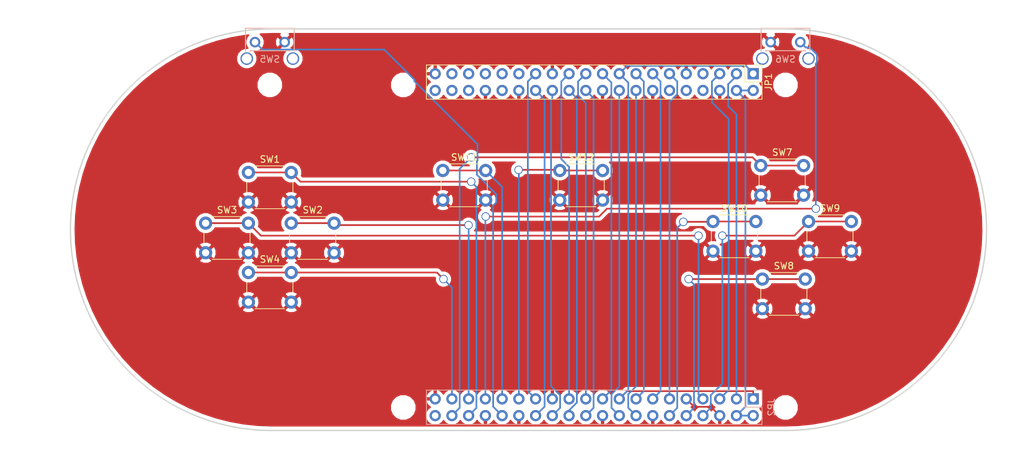
<source format=kicad_pcb>
(kicad_pcb (version 20171130) (host pcbnew "(5.0.2)-1")

  (general
    (thickness 1.6)
    (drawings 12)
    (tracks 195)
    (zones 0)
    (modules 19)
    (nets 45)
  )

  (page A4)
  (layers
    (0 Top signal)
    (31 Bottom signal)
    (32 B.Adhes user hide)
    (33 F.Adhes user hide)
    (34 B.Paste user hide)
    (35 F.Paste user hide)
    (36 B.SilkS user)
    (37 F.SilkS user)
    (38 B.Mask user hide)
    (39 F.Mask user hide)
    (40 Dwgs.User user hide)
    (41 Cmts.User user hide)
    (42 Eco1.User user hide)
    (43 Eco2.User user hide)
    (44 Edge.Cuts user)
    (45 Margin user hide)
    (46 B.CrtYd user hide)
    (47 F.CrtYd user hide)
    (48 B.Fab user hide)
    (49 F.Fab user hide)
  )

  (setup
    (last_trace_width 0.254)
    (user_trace_width 0.254)
    (user_trace_width 1.016)
    (trace_clearance 0.2)
    (zone_clearance 0.508)
    (zone_45_only no)
    (trace_min 0.2)
    (segment_width 0.2)
    (edge_width 0.2)
    (via_size 0.8)
    (via_drill 0.4)
    (via_min_size 0.4)
    (via_min_drill 0.3)
    (user_via 1.27 1.016)
    (uvia_size 0.3)
    (uvia_drill 0.1)
    (uvias_allowed no)
    (uvia_min_size 0.2)
    (uvia_min_drill 0.1)
    (pcb_text_width 0.3)
    (pcb_text_size 1.5 1.5)
    (mod_edge_width 0.15)
    (mod_text_size 1 1)
    (mod_text_width 0.15)
    (pad_size 1.524 1.524)
    (pad_drill 0.762)
    (pad_to_mask_clearance 0.051)
    (solder_mask_min_width 0.25)
    (aux_axis_origin 93 125.5)
    (grid_origin 93 125.5)
    (visible_elements 7FFFFF7F)
    (pcbplotparams
      (layerselection 0x010f0_ffffffff)
      (usegerberextensions false)
      (usegerberattributes false)
      (usegerberadvancedattributes false)
      (creategerberjobfile false)
      (excludeedgelayer true)
      (linewidth 0.100000)
      (plotframeref false)
      (viasonmask false)
      (mode 1)
      (useauxorigin false)
      (hpglpennumber 1)
      (hpglpenspeed 20)
      (hpglpendiameter 15.000000)
      (psnegative false)
      (psa4output false)
      (plotreference true)
      (plotvalue true)
      (plotinvisibletext false)
      (padsonsilk false)
      (subtractmaskfromsilk false)
      (outputformat 1)
      (mirror false)
      (drillshape 0)
      (scaleselection 1)
      (outputdirectory ""))
  )

  (net 0 "")
  (net 1 GND)
  (net 2 /right)
  (net 3 /up)
  (net 4 /down)
  (net 5 /left)
  (net 6 /y)
  (net 7 /b)
  (net 8 /x)
  (net 9 /a)
  (net 10 /3V3)
  (net 11 /5V)
  (net 12 /SDA)
  (net 13 /SCK)
  (net 14 "Net-(JP1-Pad7)")
  (net 15 "Net-(JP1-Pad8)")
  (net 16 "Net-(JP1-Pad10)")
  (net 17 /GPIO17)
  (net 18 "Net-(JP1-Pad12)")
  (net 19 /GPIO27)
  (net 20 /GPIO22)
  (net 21 /GPIO23)
  (net 22 /RT_INT)
  (net 23 /MOSI)
  (net 24 /MISO)
  (net 25 /TFT3V)
  (net 26 /SCLK)
  (net 27 /TFTCS)
  (net 28 /RT_CS)
  (net 29 /EEDATA)
  (net 30 /EECLK)
  (net 31 "Net-(JP1-Pad29)")
  (net 32 "Net-(JP1-Pad31)")
  (net 33 "Net-(JP1-Pad32)")
  (net 34 "Net-(JP1-Pad33)")
  (net 35 "Net-(JP1-Pad35)")
  (net 36 "Net-(JP1-Pad36)")
  (net 37 "Net-(JP1-Pad37)")
  (net 38 "Net-(JP1-Pad38)")
  (net 39 "Net-(JP1-Pad40)")
  (net 40 "Net-(JP2-Pad40)")
  (net 41 /lbump)
  (net 42 /rbump)
  (net 43 /select)
  (net 44 /start)

  (net_class Default "This is the default net class."
    (clearance 0.2)
    (trace_width 0.25)
    (via_dia 0.8)
    (via_drill 0.4)
    (uvia_dia 0.3)
    (uvia_drill 0.1)
    (add_net /3V3)
    (add_net /5V)
    (add_net /EECLK)
    (add_net /EEDATA)
    (add_net /GPIO17)
    (add_net /GPIO22)
    (add_net /GPIO23)
    (add_net /GPIO27)
    (add_net /MISO)
    (add_net /MOSI)
    (add_net /RT_CS)
    (add_net /RT_INT)
    (add_net /SCK)
    (add_net /SCLK)
    (add_net /SDA)
    (add_net /TFT3V)
    (add_net /TFTCS)
    (add_net /a)
    (add_net /b)
    (add_net /down)
    (add_net /lbump)
    (add_net /left)
    (add_net /rbump)
    (add_net /right)
    (add_net /select)
    (add_net /start)
    (add_net /up)
    (add_net /x)
    (add_net /y)
    (add_net GND)
    (add_net "Net-(JP1-Pad10)")
    (add_net "Net-(JP1-Pad12)")
    (add_net "Net-(JP1-Pad29)")
    (add_net "Net-(JP1-Pad31)")
    (add_net "Net-(JP1-Pad32)")
    (add_net "Net-(JP1-Pad33)")
    (add_net "Net-(JP1-Pad35)")
    (add_net "Net-(JP1-Pad36)")
    (add_net "Net-(JP1-Pad37)")
    (add_net "Net-(JP1-Pad38)")
    (add_net "Net-(JP1-Pad40)")
    (add_net "Net-(JP1-Pad7)")
    (add_net "Net-(JP1-Pad8)")
    (add_net "Net-(JP2-Pad40)")
  )

  (module Button_Switch_THT:SW_PUSH_6mm_H8mm (layer Top) (tedit 5A02FE31) (tstamp 5DA9787B)
    (at 123 86)
    (descr "tactile push button, 6x6mm e.g. PHAP33xx series, height=8mm")
    (tags "tact sw push 6mm")
    (path /5DBFA1DC)
    (fp_text reference SW11 (at 3.25 -2) (layer F.SilkS)
      (effects (font (size 1 1) (thickness 0.15)))
    )
    (fp_text value "Elastomer Switch" (at 3.75 6.7) (layer F.Fab)
      (effects (font (size 1 1) (thickness 0.15)))
    )
    (fp_text user %R (at 3.25 2.25) (layer F.Fab)
      (effects (font (size 1 1) (thickness 0.15)))
    )
    (fp_line (start 3.25 -0.75) (end 6.25 -0.75) (layer F.Fab) (width 0.1))
    (fp_line (start 6.25 -0.75) (end 6.25 5.25) (layer F.Fab) (width 0.1))
    (fp_line (start 6.25 5.25) (end 0.25 5.25) (layer F.Fab) (width 0.1))
    (fp_line (start 0.25 5.25) (end 0.25 -0.75) (layer F.Fab) (width 0.1))
    (fp_line (start 0.25 -0.75) (end 3.25 -0.75) (layer F.Fab) (width 0.1))
    (fp_line (start 7.75 6) (end 8 6) (layer F.CrtYd) (width 0.05))
    (fp_line (start 8 6) (end 8 5.75) (layer F.CrtYd) (width 0.05))
    (fp_line (start 7.75 -1.5) (end 8 -1.5) (layer F.CrtYd) (width 0.05))
    (fp_line (start 8 -1.5) (end 8 -1.25) (layer F.CrtYd) (width 0.05))
    (fp_line (start -1.5 -1.25) (end -1.5 -1.5) (layer F.CrtYd) (width 0.05))
    (fp_line (start -1.5 -1.5) (end -1.25 -1.5) (layer F.CrtYd) (width 0.05))
    (fp_line (start -1.5 5.75) (end -1.5 6) (layer F.CrtYd) (width 0.05))
    (fp_line (start -1.5 6) (end -1.25 6) (layer F.CrtYd) (width 0.05))
    (fp_line (start -1.25 -1.5) (end 7.75 -1.5) (layer F.CrtYd) (width 0.05))
    (fp_line (start -1.5 5.75) (end -1.5 -1.25) (layer F.CrtYd) (width 0.05))
    (fp_line (start 7.75 6) (end -1.25 6) (layer F.CrtYd) (width 0.05))
    (fp_line (start 8 -1.25) (end 8 5.75) (layer F.CrtYd) (width 0.05))
    (fp_line (start 1 5.5) (end 5.5 5.5) (layer F.SilkS) (width 0.12))
    (fp_line (start -0.25 1.5) (end -0.25 3) (layer F.SilkS) (width 0.12))
    (fp_line (start 5.5 -1) (end 1 -1) (layer F.SilkS) (width 0.12))
    (fp_line (start 6.75 3) (end 6.75 1.5) (layer F.SilkS) (width 0.12))
    (fp_circle (center 3.25 2.25) (end 1.25 2.5) (layer F.Fab) (width 0.1))
    (pad 2 thru_hole circle (at 0 4.5 90) (size 2 2) (drill 1.1) (layers *.Cu *.Mask)
      (net 1 GND))
    (pad 1 thru_hole circle (at 0 0 90) (size 2 2) (drill 1.1) (layers *.Cu *.Mask)
      (net 44 /start))
    (pad 2 thru_hole circle (at 6.5 4.5 90) (size 2 2) (drill 1.1) (layers *.Cu *.Mask)
      (net 1 GND))
    (pad 1 thru_hole circle (at 6.5 0 90) (size 2 2) (drill 1.1) (layers *.Cu *.Mask)
      (net 44 /start))
    (model ${KISYS3DMOD}/Button_Switch_THT.3dshapes/SW_PUSH_6mm_H8mm.wrl
      (at (xyz 0 0 0))
      (scale (xyz 1 1 1))
      (rotate (xyz 0 0 0))
    )
  )

  (module Button_Switch_THT:SW_PUSH_6mm_H8mm (layer Top) (tedit 5A02FE31) (tstamp 5DA9785C)
    (at 140.75 86)
    (descr "tactile push button, 6x6mm e.g. PHAP33xx series, height=8mm")
    (tags "tact sw push 6mm")
    (path /5DBFA180)
    (fp_text reference SW12 (at 3.25 -2) (layer F.SilkS)
      (effects (font (size 1 1) (thickness 0.15)))
    )
    (fp_text value "Elastomer Switch" (at 3.75 6.7) (layer F.Fab)
      (effects (font (size 1 1) (thickness 0.15)))
    )
    (fp_circle (center 3.25 2.25) (end 1.25 2.5) (layer F.Fab) (width 0.1))
    (fp_line (start 6.75 3) (end 6.75 1.5) (layer F.SilkS) (width 0.12))
    (fp_line (start 5.5 -1) (end 1 -1) (layer F.SilkS) (width 0.12))
    (fp_line (start -0.25 1.5) (end -0.25 3) (layer F.SilkS) (width 0.12))
    (fp_line (start 1 5.5) (end 5.5 5.5) (layer F.SilkS) (width 0.12))
    (fp_line (start 8 -1.25) (end 8 5.75) (layer F.CrtYd) (width 0.05))
    (fp_line (start 7.75 6) (end -1.25 6) (layer F.CrtYd) (width 0.05))
    (fp_line (start -1.5 5.75) (end -1.5 -1.25) (layer F.CrtYd) (width 0.05))
    (fp_line (start -1.25 -1.5) (end 7.75 -1.5) (layer F.CrtYd) (width 0.05))
    (fp_line (start -1.5 6) (end -1.25 6) (layer F.CrtYd) (width 0.05))
    (fp_line (start -1.5 5.75) (end -1.5 6) (layer F.CrtYd) (width 0.05))
    (fp_line (start -1.5 -1.5) (end -1.25 -1.5) (layer F.CrtYd) (width 0.05))
    (fp_line (start -1.5 -1.25) (end -1.5 -1.5) (layer F.CrtYd) (width 0.05))
    (fp_line (start 8 -1.5) (end 8 -1.25) (layer F.CrtYd) (width 0.05))
    (fp_line (start 7.75 -1.5) (end 8 -1.5) (layer F.CrtYd) (width 0.05))
    (fp_line (start 8 6) (end 8 5.75) (layer F.CrtYd) (width 0.05))
    (fp_line (start 7.75 6) (end 8 6) (layer F.CrtYd) (width 0.05))
    (fp_line (start 0.25 -0.75) (end 3.25 -0.75) (layer F.Fab) (width 0.1))
    (fp_line (start 0.25 5.25) (end 0.25 -0.75) (layer F.Fab) (width 0.1))
    (fp_line (start 6.25 5.25) (end 0.25 5.25) (layer F.Fab) (width 0.1))
    (fp_line (start 6.25 -0.75) (end 6.25 5.25) (layer F.Fab) (width 0.1))
    (fp_line (start 3.25 -0.75) (end 6.25 -0.75) (layer F.Fab) (width 0.1))
    (fp_text user %R (at 3.25 2.25) (layer F.Fab)
      (effects (font (size 1 1) (thickness 0.15)))
    )
    (pad 1 thru_hole circle (at 6.5 0 90) (size 2 2) (drill 1.1) (layers *.Cu *.Mask)
      (net 43 /select))
    (pad 2 thru_hole circle (at 6.5 4.5 90) (size 2 2) (drill 1.1) (layers *.Cu *.Mask)
      (net 1 GND))
    (pad 1 thru_hole circle (at 0 0 90) (size 2 2) (drill 1.1) (layers *.Cu *.Mask)
      (net 43 /select))
    (pad 2 thru_hole circle (at 0 4.5 90) (size 2 2) (drill 1.1) (layers *.Cu *.Mask)
      (net 1 GND))
    (model ${KISYS3DMOD}/Button_Switch_THT.3dshapes/SW_PUSH_6mm_H8mm.wrl
      (at (xyz 0 0 0))
      (scale (xyz 1 1 1))
      (rotate (xyz 0 0 0))
    )
  )

  (module Button_Switch_THT:SW_PUSH_6mm_H8mm (layer Top) (tedit 5A02FE31) (tstamp 5DA978D8)
    (at 171.25 85.25)
    (descr "tactile push button, 6x6mm e.g. PHAP33xx series, height=8mm")
    (tags "tact sw push 6mm")
    (path /5DBF9EE5)
    (fp_text reference SW7 (at 3.25 -2) (layer F.SilkS)
      (effects (font (size 1 1) (thickness 0.15)))
    )
    (fp_text value "Elastomer Switch" (at 3.75 6.7) (layer F.Fab)
      (effects (font (size 1 1) (thickness 0.15)))
    )
    (fp_circle (center 3.25 2.25) (end 1.25 2.5) (layer F.Fab) (width 0.1))
    (fp_line (start 6.75 3) (end 6.75 1.5) (layer F.SilkS) (width 0.12))
    (fp_line (start 5.5 -1) (end 1 -1) (layer F.SilkS) (width 0.12))
    (fp_line (start -0.25 1.5) (end -0.25 3) (layer F.SilkS) (width 0.12))
    (fp_line (start 1 5.5) (end 5.5 5.5) (layer F.SilkS) (width 0.12))
    (fp_line (start 8 -1.25) (end 8 5.75) (layer F.CrtYd) (width 0.05))
    (fp_line (start 7.75 6) (end -1.25 6) (layer F.CrtYd) (width 0.05))
    (fp_line (start -1.5 5.75) (end -1.5 -1.25) (layer F.CrtYd) (width 0.05))
    (fp_line (start -1.25 -1.5) (end 7.75 -1.5) (layer F.CrtYd) (width 0.05))
    (fp_line (start -1.5 6) (end -1.25 6) (layer F.CrtYd) (width 0.05))
    (fp_line (start -1.5 5.75) (end -1.5 6) (layer F.CrtYd) (width 0.05))
    (fp_line (start -1.5 -1.5) (end -1.25 -1.5) (layer F.CrtYd) (width 0.05))
    (fp_line (start -1.5 -1.25) (end -1.5 -1.5) (layer F.CrtYd) (width 0.05))
    (fp_line (start 8 -1.5) (end 8 -1.25) (layer F.CrtYd) (width 0.05))
    (fp_line (start 7.75 -1.5) (end 8 -1.5) (layer F.CrtYd) (width 0.05))
    (fp_line (start 8 6) (end 8 5.75) (layer F.CrtYd) (width 0.05))
    (fp_line (start 7.75 6) (end 8 6) (layer F.CrtYd) (width 0.05))
    (fp_line (start 0.25 -0.75) (end 3.25 -0.75) (layer F.Fab) (width 0.1))
    (fp_line (start 0.25 5.25) (end 0.25 -0.75) (layer F.Fab) (width 0.1))
    (fp_line (start 6.25 5.25) (end 0.25 5.25) (layer F.Fab) (width 0.1))
    (fp_line (start 6.25 -0.75) (end 6.25 5.25) (layer F.Fab) (width 0.1))
    (fp_line (start 3.25 -0.75) (end 6.25 -0.75) (layer F.Fab) (width 0.1))
    (fp_text user %R (at 3.25 2.25) (layer F.Fab)
      (effects (font (size 1 1) (thickness 0.15)))
    )
    (pad 1 thru_hole circle (at 6.5 0 90) (size 2 2) (drill 1.1) (layers *.Cu *.Mask)
      (net 8 /x))
    (pad 2 thru_hole circle (at 6.5 4.5 90) (size 2 2) (drill 1.1) (layers *.Cu *.Mask)
      (net 1 GND))
    (pad 1 thru_hole circle (at 0 0 90) (size 2 2) (drill 1.1) (layers *.Cu *.Mask)
      (net 8 /x))
    (pad 2 thru_hole circle (at 0 4.5 90) (size 2 2) (drill 1.1) (layers *.Cu *.Mask)
      (net 1 GND))
    (model ${KISYS3DMOD}/Button_Switch_THT.3dshapes/SW_PUSH_6mm_H8mm.wrl
      (at (xyz 0 0 0))
      (scale (xyz 1 1 1))
      (rotate (xyz 0 0 0))
    )
  )

  (module Button_Switch_THT:SW_PUSH_6mm_H8mm (layer Top) (tedit 5A02FE31) (tstamp 5DA97820)
    (at 87 94)
    (descr "tactile push button, 6x6mm e.g. PHAP33xx series, height=8mm")
    (tags "tact sw push 6mm")
    (path /5DBF9EB3)
    (fp_text reference SW3 (at 3.25 -2) (layer F.SilkS)
      (effects (font (size 1 1) (thickness 0.15)))
    )
    (fp_text value "Elastomer Switch" (at 3.75 6.7) (layer F.Fab)
      (effects (font (size 1 1) (thickness 0.15)))
    )
    (fp_text user %R (at 3.25 2.25) (layer F.Fab)
      (effects (font (size 1 1) (thickness 0.15)))
    )
    (fp_line (start 3.25 -0.75) (end 6.25 -0.75) (layer F.Fab) (width 0.1))
    (fp_line (start 6.25 -0.75) (end 6.25 5.25) (layer F.Fab) (width 0.1))
    (fp_line (start 6.25 5.25) (end 0.25 5.25) (layer F.Fab) (width 0.1))
    (fp_line (start 0.25 5.25) (end 0.25 -0.75) (layer F.Fab) (width 0.1))
    (fp_line (start 0.25 -0.75) (end 3.25 -0.75) (layer F.Fab) (width 0.1))
    (fp_line (start 7.75 6) (end 8 6) (layer F.CrtYd) (width 0.05))
    (fp_line (start 8 6) (end 8 5.75) (layer F.CrtYd) (width 0.05))
    (fp_line (start 7.75 -1.5) (end 8 -1.5) (layer F.CrtYd) (width 0.05))
    (fp_line (start 8 -1.5) (end 8 -1.25) (layer F.CrtYd) (width 0.05))
    (fp_line (start -1.5 -1.25) (end -1.5 -1.5) (layer F.CrtYd) (width 0.05))
    (fp_line (start -1.5 -1.5) (end -1.25 -1.5) (layer F.CrtYd) (width 0.05))
    (fp_line (start -1.5 5.75) (end -1.5 6) (layer F.CrtYd) (width 0.05))
    (fp_line (start -1.5 6) (end -1.25 6) (layer F.CrtYd) (width 0.05))
    (fp_line (start -1.25 -1.5) (end 7.75 -1.5) (layer F.CrtYd) (width 0.05))
    (fp_line (start -1.5 5.75) (end -1.5 -1.25) (layer F.CrtYd) (width 0.05))
    (fp_line (start 7.75 6) (end -1.25 6) (layer F.CrtYd) (width 0.05))
    (fp_line (start 8 -1.25) (end 8 5.75) (layer F.CrtYd) (width 0.05))
    (fp_line (start 1 5.5) (end 5.5 5.5) (layer F.SilkS) (width 0.12))
    (fp_line (start -0.25 1.5) (end -0.25 3) (layer F.SilkS) (width 0.12))
    (fp_line (start 5.5 -1) (end 1 -1) (layer F.SilkS) (width 0.12))
    (fp_line (start 6.75 3) (end 6.75 1.5) (layer F.SilkS) (width 0.12))
    (fp_circle (center 3.25 2.25) (end 1.25 2.5) (layer F.Fab) (width 0.1))
    (pad 2 thru_hole circle (at 0 4.5 90) (size 2 2) (drill 1.1) (layers *.Cu *.Mask)
      (net 1 GND))
    (pad 1 thru_hole circle (at 0 0 90) (size 2 2) (drill 1.1) (layers *.Cu *.Mask)
      (net 5 /left))
    (pad 2 thru_hole circle (at 6.5 4.5 90) (size 2 2) (drill 1.1) (layers *.Cu *.Mask)
      (net 1 GND))
    (pad 1 thru_hole circle (at 6.5 0 90) (size 2 2) (drill 1.1) (layers *.Cu *.Mask)
      (net 5 /left))
    (model ${KISYS3DMOD}/Button_Switch_THT.3dshapes/SW_PUSH_6mm_H8mm.wrl
      (at (xyz 0 0 0))
      (scale (xyz 1 1 1))
      (rotate (xyz 0 0 0))
    )
  )

  (module Button_Switch_THT:SW_PUSH_6mm_H8mm (layer Top) (tedit 5A02FE31) (tstamp 5DA9789A)
    (at 164 93.75)
    (descr "tactile push button, 6x6mm e.g. PHAP33xx series, height=8mm")
    (tags "tact sw push 6mm")
    (path /5DBF9F49)
    (fp_text reference SW10 (at 3.25 -2) (layer F.SilkS)
      (effects (font (size 1 1) (thickness 0.15)))
    )
    (fp_text value "Elastomer Switch" (at 3.75 6.7) (layer F.Fab)
      (effects (font (size 1 1) (thickness 0.15)))
    )
    (fp_circle (center 3.25 2.25) (end 1.25 2.5) (layer F.Fab) (width 0.1))
    (fp_line (start 6.75 3) (end 6.75 1.5) (layer F.SilkS) (width 0.12))
    (fp_line (start 5.5 -1) (end 1 -1) (layer F.SilkS) (width 0.12))
    (fp_line (start -0.25 1.5) (end -0.25 3) (layer F.SilkS) (width 0.12))
    (fp_line (start 1 5.5) (end 5.5 5.5) (layer F.SilkS) (width 0.12))
    (fp_line (start 8 -1.25) (end 8 5.75) (layer F.CrtYd) (width 0.05))
    (fp_line (start 7.75 6) (end -1.25 6) (layer F.CrtYd) (width 0.05))
    (fp_line (start -1.5 5.75) (end -1.5 -1.25) (layer F.CrtYd) (width 0.05))
    (fp_line (start -1.25 -1.5) (end 7.75 -1.5) (layer F.CrtYd) (width 0.05))
    (fp_line (start -1.5 6) (end -1.25 6) (layer F.CrtYd) (width 0.05))
    (fp_line (start -1.5 5.75) (end -1.5 6) (layer F.CrtYd) (width 0.05))
    (fp_line (start -1.5 -1.5) (end -1.25 -1.5) (layer F.CrtYd) (width 0.05))
    (fp_line (start -1.5 -1.25) (end -1.5 -1.5) (layer F.CrtYd) (width 0.05))
    (fp_line (start 8 -1.5) (end 8 -1.25) (layer F.CrtYd) (width 0.05))
    (fp_line (start 7.75 -1.5) (end 8 -1.5) (layer F.CrtYd) (width 0.05))
    (fp_line (start 8 6) (end 8 5.75) (layer F.CrtYd) (width 0.05))
    (fp_line (start 7.75 6) (end 8 6) (layer F.CrtYd) (width 0.05))
    (fp_line (start 0.25 -0.75) (end 3.25 -0.75) (layer F.Fab) (width 0.1))
    (fp_line (start 0.25 5.25) (end 0.25 -0.75) (layer F.Fab) (width 0.1))
    (fp_line (start 6.25 5.25) (end 0.25 5.25) (layer F.Fab) (width 0.1))
    (fp_line (start 6.25 -0.75) (end 6.25 5.25) (layer F.Fab) (width 0.1))
    (fp_line (start 3.25 -0.75) (end 6.25 -0.75) (layer F.Fab) (width 0.1))
    (fp_text user %R (at 3.25 2.25) (layer F.Fab)
      (effects (font (size 1 1) (thickness 0.15)))
    )
    (pad 1 thru_hole circle (at 6.5 0 90) (size 2 2) (drill 1.1) (layers *.Cu *.Mask)
      (net 6 /y))
    (pad 2 thru_hole circle (at 6.5 4.5 90) (size 2 2) (drill 1.1) (layers *.Cu *.Mask)
      (net 1 GND))
    (pad 1 thru_hole circle (at 0 0 90) (size 2 2) (drill 1.1) (layers *.Cu *.Mask)
      (net 6 /y))
    (pad 2 thru_hole circle (at 0 4.5 90) (size 2 2) (drill 1.1) (layers *.Cu *.Mask)
      (net 1 GND))
    (model ${KISYS3DMOD}/Button_Switch_THT.3dshapes/SW_PUSH_6mm_H8mm.wrl
      (at (xyz 0 0 0))
      (scale (xyz 1 1 1))
      (rotate (xyz 0 0 0))
    )
  )

  (module Button_Switch_THT:SW_PUSH_6mm_H8mm (layer Top) (tedit 5A02FE31) (tstamp 5DA97951)
    (at 178.5 93.75)
    (descr "tactile push button, 6x6mm e.g. PHAP33xx series, height=8mm")
    (tags "tact sw push 6mm")
    (path /5DBF9F15)
    (fp_text reference SW9 (at 3.25 -2) (layer F.SilkS)
      (effects (font (size 1 1) (thickness 0.15)))
    )
    (fp_text value "Elastomer Switch" (at 3.75 6.7) (layer F.Fab)
      (effects (font (size 1 1) (thickness 0.15)))
    )
    (fp_circle (center 3.25 2.25) (end 1.25 2.5) (layer F.Fab) (width 0.1))
    (fp_line (start 6.75 3) (end 6.75 1.5) (layer F.SilkS) (width 0.12))
    (fp_line (start 5.5 -1) (end 1 -1) (layer F.SilkS) (width 0.12))
    (fp_line (start -0.25 1.5) (end -0.25 3) (layer F.SilkS) (width 0.12))
    (fp_line (start 1 5.5) (end 5.5 5.5) (layer F.SilkS) (width 0.12))
    (fp_line (start 8 -1.25) (end 8 5.75) (layer F.CrtYd) (width 0.05))
    (fp_line (start 7.75 6) (end -1.25 6) (layer F.CrtYd) (width 0.05))
    (fp_line (start -1.5 5.75) (end -1.5 -1.25) (layer F.CrtYd) (width 0.05))
    (fp_line (start -1.25 -1.5) (end 7.75 -1.5) (layer F.CrtYd) (width 0.05))
    (fp_line (start -1.5 6) (end -1.25 6) (layer F.CrtYd) (width 0.05))
    (fp_line (start -1.5 5.75) (end -1.5 6) (layer F.CrtYd) (width 0.05))
    (fp_line (start -1.5 -1.5) (end -1.25 -1.5) (layer F.CrtYd) (width 0.05))
    (fp_line (start -1.5 -1.25) (end -1.5 -1.5) (layer F.CrtYd) (width 0.05))
    (fp_line (start 8 -1.5) (end 8 -1.25) (layer F.CrtYd) (width 0.05))
    (fp_line (start 7.75 -1.5) (end 8 -1.5) (layer F.CrtYd) (width 0.05))
    (fp_line (start 8 6) (end 8 5.75) (layer F.CrtYd) (width 0.05))
    (fp_line (start 7.75 6) (end 8 6) (layer F.CrtYd) (width 0.05))
    (fp_line (start 0.25 -0.75) (end 3.25 -0.75) (layer F.Fab) (width 0.1))
    (fp_line (start 0.25 5.25) (end 0.25 -0.75) (layer F.Fab) (width 0.1))
    (fp_line (start 6.25 5.25) (end 0.25 5.25) (layer F.Fab) (width 0.1))
    (fp_line (start 6.25 -0.75) (end 6.25 5.25) (layer F.Fab) (width 0.1))
    (fp_line (start 3.25 -0.75) (end 6.25 -0.75) (layer F.Fab) (width 0.1))
    (fp_text user %R (at 3.25 2.25) (layer F.Fab)
      (effects (font (size 1 1) (thickness 0.15)))
    )
    (pad 1 thru_hole circle (at 6.5 0 90) (size 2 2) (drill 1.1) (layers *.Cu *.Mask)
      (net 9 /a))
    (pad 2 thru_hole circle (at 6.5 4.5 90) (size 2 2) (drill 1.1) (layers *.Cu *.Mask)
      (net 1 GND))
    (pad 1 thru_hole circle (at 0 0 90) (size 2 2) (drill 1.1) (layers *.Cu *.Mask)
      (net 9 /a))
    (pad 2 thru_hole circle (at 0 4.5 90) (size 2 2) (drill 1.1) (layers *.Cu *.Mask)
      (net 1 GND))
    (model ${KISYS3DMOD}/Button_Switch_THT.3dshapes/SW_PUSH_6mm_H8mm.wrl
      (at (xyz 0 0 0))
      (scale (xyz 1 1 1))
      (rotate (xyz 0 0 0))
    )
  )

  (module Button_Switch_THT:SW_PUSH_6mm_H8mm (layer Top) (tedit 5A02FE31) (tstamp 5DA978B9)
    (at 171.5 102.5)
    (descr "tactile push button, 6x6mm e.g. PHAP33xx series, height=8mm")
    (tags "tact sw push 6mm")
    (path /5DBF9F83)
    (fp_text reference SW8 (at 3.25 -2) (layer F.SilkS)
      (effects (font (size 1 1) (thickness 0.15)))
    )
    (fp_text value "Elastomer Switch" (at 3.75 6.7) (layer F.Fab)
      (effects (font (size 1 1) (thickness 0.15)))
    )
    (fp_text user %R (at 3.25 2.25) (layer F.Fab)
      (effects (font (size 1 1) (thickness 0.15)))
    )
    (fp_line (start 3.25 -0.75) (end 6.25 -0.75) (layer F.Fab) (width 0.1))
    (fp_line (start 6.25 -0.75) (end 6.25 5.25) (layer F.Fab) (width 0.1))
    (fp_line (start 6.25 5.25) (end 0.25 5.25) (layer F.Fab) (width 0.1))
    (fp_line (start 0.25 5.25) (end 0.25 -0.75) (layer F.Fab) (width 0.1))
    (fp_line (start 0.25 -0.75) (end 3.25 -0.75) (layer F.Fab) (width 0.1))
    (fp_line (start 7.75 6) (end 8 6) (layer F.CrtYd) (width 0.05))
    (fp_line (start 8 6) (end 8 5.75) (layer F.CrtYd) (width 0.05))
    (fp_line (start 7.75 -1.5) (end 8 -1.5) (layer F.CrtYd) (width 0.05))
    (fp_line (start 8 -1.5) (end 8 -1.25) (layer F.CrtYd) (width 0.05))
    (fp_line (start -1.5 -1.25) (end -1.5 -1.5) (layer F.CrtYd) (width 0.05))
    (fp_line (start -1.5 -1.5) (end -1.25 -1.5) (layer F.CrtYd) (width 0.05))
    (fp_line (start -1.5 5.75) (end -1.5 6) (layer F.CrtYd) (width 0.05))
    (fp_line (start -1.5 6) (end -1.25 6) (layer F.CrtYd) (width 0.05))
    (fp_line (start -1.25 -1.5) (end 7.75 -1.5) (layer F.CrtYd) (width 0.05))
    (fp_line (start -1.5 5.75) (end -1.5 -1.25) (layer F.CrtYd) (width 0.05))
    (fp_line (start 7.75 6) (end -1.25 6) (layer F.CrtYd) (width 0.05))
    (fp_line (start 8 -1.25) (end 8 5.75) (layer F.CrtYd) (width 0.05))
    (fp_line (start 1 5.5) (end 5.5 5.5) (layer F.SilkS) (width 0.12))
    (fp_line (start -0.25 1.5) (end -0.25 3) (layer F.SilkS) (width 0.12))
    (fp_line (start 5.5 -1) (end 1 -1) (layer F.SilkS) (width 0.12))
    (fp_line (start 6.75 3) (end 6.75 1.5) (layer F.SilkS) (width 0.12))
    (fp_circle (center 3.25 2.25) (end 1.25 2.5) (layer F.Fab) (width 0.1))
    (pad 2 thru_hole circle (at 0 4.5 90) (size 2 2) (drill 1.1) (layers *.Cu *.Mask)
      (net 1 GND))
    (pad 1 thru_hole circle (at 0 0 90) (size 2 2) (drill 1.1) (layers *.Cu *.Mask)
      (net 7 /b))
    (pad 2 thru_hole circle (at 6.5 4.5 90) (size 2 2) (drill 1.1) (layers *.Cu *.Mask)
      (net 1 GND))
    (pad 1 thru_hole circle (at 6.5 0 90) (size 2 2) (drill 1.1) (layers *.Cu *.Mask)
      (net 7 /b))
    (model ${KISYS3DMOD}/Button_Switch_THT.3dshapes/SW_PUSH_6mm_H8mm.wrl
      (at (xyz 0 0 0))
      (scale (xyz 1 1 1))
      (rotate (xyz 0 0 0))
    )
  )

  (module gamepad:B3F-3000 (layer Bottom) (tedit 5D92AAA9) (tstamp 5DC40045)
    (at 96.75 66.5)
    (path /5DAAB9F2)
    (fp_text reference SW5 (at 0 2.6) (layer B.SilkS)
      (effects (font (size 1 1) (thickness 0.15)) (justify mirror))
    )
    (fp_text value B3F-3000 (at 0 4.3) (layer B.Fab)
      (effects (font (size 1 1) (thickness 0.15)) (justify mirror))
    )
    (fp_line (start -3.7 -2.1) (end 3.7 -2.1) (layer B.SilkS) (width 0.15))
    (fp_line (start -3.7 -2.1) (end -3.7 1.4) (layer B.SilkS) (width 0.15))
    (fp_line (start 3.7 -2.1) (end 3.7 1.4) (layer B.SilkS) (width 0.15))
    (fp_line (start -3 1.3) (end 3 1.3) (layer B.SilkS) (width 0.15))
    (fp_line (start 3 1.3) (end 3 1.4) (layer B.SilkS) (width 0.15))
    (fp_line (start -3 1.3) (end -3 1.4) (layer B.SilkS) (width 0.15))
    (pad 1 thru_hole circle (at -2.25 0) (size 1.6 1.6) (drill 1) (layers *.Cu *.Mask)
      (net 41 /lbump))
    (pad 2 thru_hole circle (at 2.25 0) (size 1.6 1.6) (drill 1) (layers *.Cu *.Mask)
      (net 1 GND))
    (pad 3 thru_hole circle (at -3.5 2.5) (size 1.9 1.9) (drill 1.5) (layers *.Cu *.Mask))
    (pad 4 thru_hole circle (at 3.5 2.5) (size 1.9 1.9) (drill 1.5) (layers *.Cu *.Mask))
  )

  (module Button_Switch_THT:SW_PUSH_6mm_H8mm (layer Top) (tedit 5A02FE31) (tstamp 5DA978D9)
    (at 93.5 101.5)
    (descr "tactile push button, 6x6mm e.g. PHAP33xx series, height=8mm")
    (tags "tact sw push 6mm")
    (path /5DBF9FB9)
    (fp_text reference SW4 (at 3.25 -2) (layer F.SilkS)
      (effects (font (size 1 1) (thickness 0.15)))
    )
    (fp_text value "Elastomer Switch" (at 3.75 6.7) (layer F.Fab)
      (effects (font (size 1 1) (thickness 0.15)))
    )
    (fp_text user %R (at 3.25 2.25) (layer F.Fab)
      (effects (font (size 1 1) (thickness 0.15)))
    )
    (fp_line (start 3.25 -0.75) (end 6.25 -0.75) (layer F.Fab) (width 0.1))
    (fp_line (start 6.25 -0.75) (end 6.25 5.25) (layer F.Fab) (width 0.1))
    (fp_line (start 6.25 5.25) (end 0.25 5.25) (layer F.Fab) (width 0.1))
    (fp_line (start 0.25 5.25) (end 0.25 -0.75) (layer F.Fab) (width 0.1))
    (fp_line (start 0.25 -0.75) (end 3.25 -0.75) (layer F.Fab) (width 0.1))
    (fp_line (start 7.75 6) (end 8 6) (layer F.CrtYd) (width 0.05))
    (fp_line (start 8 6) (end 8 5.75) (layer F.CrtYd) (width 0.05))
    (fp_line (start 7.75 -1.5) (end 8 -1.5) (layer F.CrtYd) (width 0.05))
    (fp_line (start 8 -1.5) (end 8 -1.25) (layer F.CrtYd) (width 0.05))
    (fp_line (start -1.5 -1.25) (end -1.5 -1.5) (layer F.CrtYd) (width 0.05))
    (fp_line (start -1.5 -1.5) (end -1.25 -1.5) (layer F.CrtYd) (width 0.05))
    (fp_line (start -1.5 5.75) (end -1.5 6) (layer F.CrtYd) (width 0.05))
    (fp_line (start -1.5 6) (end -1.25 6) (layer F.CrtYd) (width 0.05))
    (fp_line (start -1.25 -1.5) (end 7.75 -1.5) (layer F.CrtYd) (width 0.05))
    (fp_line (start -1.5 5.75) (end -1.5 -1.25) (layer F.CrtYd) (width 0.05))
    (fp_line (start 7.75 6) (end -1.25 6) (layer F.CrtYd) (width 0.05))
    (fp_line (start 8 -1.25) (end 8 5.75) (layer F.CrtYd) (width 0.05))
    (fp_line (start 1 5.5) (end 5.5 5.5) (layer F.SilkS) (width 0.12))
    (fp_line (start -0.25 1.5) (end -0.25 3) (layer F.SilkS) (width 0.12))
    (fp_line (start 5.5 -1) (end 1 -1) (layer F.SilkS) (width 0.12))
    (fp_line (start 6.75 3) (end 6.75 1.5) (layer F.SilkS) (width 0.12))
    (fp_circle (center 3.25 2.25) (end 1.25 2.5) (layer F.Fab) (width 0.1))
    (pad 2 thru_hole circle (at 0 4.5 90) (size 2 2) (drill 1.1) (layers *.Cu *.Mask)
      (net 1 GND))
    (pad 1 thru_hole circle (at 0 0 90) (size 2 2) (drill 1.1) (layers *.Cu *.Mask)
      (net 4 /down))
    (pad 2 thru_hole circle (at 6.5 4.5 90) (size 2 2) (drill 1.1) (layers *.Cu *.Mask)
      (net 1 GND))
    (pad 1 thru_hole circle (at 6.5 0 90) (size 2 2) (drill 1.1) (layers *.Cu *.Mask)
      (net 4 /down))
    (model ${KISYS3DMOD}/Button_Switch_THT.3dshapes/SW_PUSH_6mm_H8mm.wrl
      (at (xyz 0 0 0))
      (scale (xyz 1 1 1))
      (rotate (xyz 0 0 0))
    )
  )

  (module Button_Switch_THT:SW_PUSH_6mm_H8mm (layer Top) (tedit 5A02FE31) (tstamp 5DA978F7)
    (at 100 94)
    (descr "tactile push button, 6x6mm e.g. PHAP33xx series, height=8mm")
    (tags "tact sw push 6mm")
    (path /5DBF9FF1)
    (fp_text reference SW2 (at 3.25 -2) (layer F.SilkS)
      (effects (font (size 1 1) (thickness 0.15)))
    )
    (fp_text value "Elastomer Switch" (at 3.75 6.7) (layer F.Fab)
      (effects (font (size 1 1) (thickness 0.15)))
    )
    (fp_circle (center 3.25 2.25) (end 1.25 2.5) (layer F.Fab) (width 0.1))
    (fp_line (start 6.75 3) (end 6.75 1.5) (layer F.SilkS) (width 0.12))
    (fp_line (start 5.5 -1) (end 1 -1) (layer F.SilkS) (width 0.12))
    (fp_line (start -0.25 1.5) (end -0.25 3) (layer F.SilkS) (width 0.12))
    (fp_line (start 1 5.5) (end 5.5 5.5) (layer F.SilkS) (width 0.12))
    (fp_line (start 8 -1.25) (end 8 5.75) (layer F.CrtYd) (width 0.05))
    (fp_line (start 7.75 6) (end -1.25 6) (layer F.CrtYd) (width 0.05))
    (fp_line (start -1.5 5.75) (end -1.5 -1.25) (layer F.CrtYd) (width 0.05))
    (fp_line (start -1.25 -1.5) (end 7.75 -1.5) (layer F.CrtYd) (width 0.05))
    (fp_line (start -1.5 6) (end -1.25 6) (layer F.CrtYd) (width 0.05))
    (fp_line (start -1.5 5.75) (end -1.5 6) (layer F.CrtYd) (width 0.05))
    (fp_line (start -1.5 -1.5) (end -1.25 -1.5) (layer F.CrtYd) (width 0.05))
    (fp_line (start -1.5 -1.25) (end -1.5 -1.5) (layer F.CrtYd) (width 0.05))
    (fp_line (start 8 -1.5) (end 8 -1.25) (layer F.CrtYd) (width 0.05))
    (fp_line (start 7.75 -1.5) (end 8 -1.5) (layer F.CrtYd) (width 0.05))
    (fp_line (start 8 6) (end 8 5.75) (layer F.CrtYd) (width 0.05))
    (fp_line (start 7.75 6) (end 8 6) (layer F.CrtYd) (width 0.05))
    (fp_line (start 0.25 -0.75) (end 3.25 -0.75) (layer F.Fab) (width 0.1))
    (fp_line (start 0.25 5.25) (end 0.25 -0.75) (layer F.Fab) (width 0.1))
    (fp_line (start 6.25 5.25) (end 0.25 5.25) (layer F.Fab) (width 0.1))
    (fp_line (start 6.25 -0.75) (end 6.25 5.25) (layer F.Fab) (width 0.1))
    (fp_line (start 3.25 -0.75) (end 6.25 -0.75) (layer F.Fab) (width 0.1))
    (fp_text user %R (at 3.25 2.25) (layer F.Fab)
      (effects (font (size 1 1) (thickness 0.15)))
    )
    (pad 1 thru_hole circle (at 6.5 0 90) (size 2 2) (drill 1.1) (layers *.Cu *.Mask)
      (net 2 /right))
    (pad 2 thru_hole circle (at 6.5 4.5 90) (size 2 2) (drill 1.1) (layers *.Cu *.Mask)
      (net 1 GND))
    (pad 1 thru_hole circle (at 0 0 90) (size 2 2) (drill 1.1) (layers *.Cu *.Mask)
      (net 2 /right))
    (pad 2 thru_hole circle (at 0 4.5 90) (size 2 2) (drill 1.1) (layers *.Cu *.Mask)
      (net 1 GND))
    (model ${KISYS3DMOD}/Button_Switch_THT.3dshapes/SW_PUSH_6mm_H8mm.wrl
      (at (xyz 0 0 0))
      (scale (xyz 1 1 1))
      (rotate (xyz 0 0 0))
    )
  )

  (module Button_Switch_THT:SW_PUSH_6mm_H8mm (layer Top) (tedit 5A02FE31) (tstamp 5DA97915)
    (at 93.5 86.3)
    (descr "tactile push button, 6x6mm e.g. PHAP33xx series, height=8mm")
    (tags "tact sw push 6mm")
    (path /5DAA216C)
    (fp_text reference SW1 (at 3.25 -2) (layer F.SilkS)
      (effects (font (size 1 1) (thickness 0.15)))
    )
    (fp_text value "Elastomer Switch" (at 3.75 6.7) (layer F.Fab)
      (effects (font (size 1 1) (thickness 0.15)))
    )
    (fp_text user %R (at 3.25 2.25) (layer F.Fab)
      (effects (font (size 1 1) (thickness 0.15)))
    )
    (fp_line (start 3.25 -0.75) (end 6.25 -0.75) (layer F.Fab) (width 0.1))
    (fp_line (start 6.25 -0.75) (end 6.25 5.25) (layer F.Fab) (width 0.1))
    (fp_line (start 6.25 5.25) (end 0.25 5.25) (layer F.Fab) (width 0.1))
    (fp_line (start 0.25 5.25) (end 0.25 -0.75) (layer F.Fab) (width 0.1))
    (fp_line (start 0.25 -0.75) (end 3.25 -0.75) (layer F.Fab) (width 0.1))
    (fp_line (start 7.75 6) (end 8 6) (layer F.CrtYd) (width 0.05))
    (fp_line (start 8 6) (end 8 5.75) (layer F.CrtYd) (width 0.05))
    (fp_line (start 7.75 -1.5) (end 8 -1.5) (layer F.CrtYd) (width 0.05))
    (fp_line (start 8 -1.5) (end 8 -1.25) (layer F.CrtYd) (width 0.05))
    (fp_line (start -1.5 -1.25) (end -1.5 -1.5) (layer F.CrtYd) (width 0.05))
    (fp_line (start -1.5 -1.5) (end -1.25 -1.5) (layer F.CrtYd) (width 0.05))
    (fp_line (start -1.5 5.75) (end -1.5 6) (layer F.CrtYd) (width 0.05))
    (fp_line (start -1.5 6) (end -1.25 6) (layer F.CrtYd) (width 0.05))
    (fp_line (start -1.25 -1.5) (end 7.75 -1.5) (layer F.CrtYd) (width 0.05))
    (fp_line (start -1.5 5.75) (end -1.5 -1.25) (layer F.CrtYd) (width 0.05))
    (fp_line (start 7.75 6) (end -1.25 6) (layer F.CrtYd) (width 0.05))
    (fp_line (start 8 -1.25) (end 8 5.75) (layer F.CrtYd) (width 0.05))
    (fp_line (start 1 5.5) (end 5.5 5.5) (layer F.SilkS) (width 0.12))
    (fp_line (start -0.25 1.5) (end -0.25 3) (layer F.SilkS) (width 0.12))
    (fp_line (start 5.5 -1) (end 1 -1) (layer F.SilkS) (width 0.12))
    (fp_line (start 6.75 3) (end 6.75 1.5) (layer F.SilkS) (width 0.12))
    (fp_circle (center 3.25 2.25) (end 1.25 2.5) (layer F.Fab) (width 0.1))
    (pad 2 thru_hole circle (at 0 4.5 90) (size 2 2) (drill 1.1) (layers *.Cu *.Mask)
      (net 1 GND))
    (pad 1 thru_hole circle (at 0 0 90) (size 2 2) (drill 1.1) (layers *.Cu *.Mask)
      (net 3 /up))
    (pad 2 thru_hole circle (at 6.5 4.5 90) (size 2 2) (drill 1.1) (layers *.Cu *.Mask)
      (net 1 GND))
    (pad 1 thru_hole circle (at 6.5 0 90) (size 2 2) (drill 1.1) (layers *.Cu *.Mask)
      (net 3 /up))
    (model ${KISYS3DMOD}/Button_Switch_THT.3dshapes/SW_PUSH_6mm_H8mm.wrl
      (at (xyz 0 0 0))
      (scale (xyz 1 1 1))
      (rotate (xyz 0 0 0))
    )
  )

  (module gamepad:B3F-3000 (layer Bottom) (tedit 5D92AAA9) (tstamp 5DC40053)
    (at 175 66.5)
    (path /5DAABBD2)
    (fp_text reference SW6 (at 0 2.6) (layer B.SilkS)
      (effects (font (size 1 1) (thickness 0.15)) (justify mirror))
    )
    (fp_text value B3F-3000 (at 0 4.3) (layer B.Fab)
      (effects (font (size 1 1) (thickness 0.15)) (justify mirror))
    )
    (fp_line (start -3 1.3) (end -3 1.4) (layer B.SilkS) (width 0.15))
    (fp_line (start 3 1.3) (end 3 1.4) (layer B.SilkS) (width 0.15))
    (fp_line (start -3 1.3) (end 3 1.3) (layer B.SilkS) (width 0.15))
    (fp_line (start 3.7 -2.1) (end 3.7 1.4) (layer B.SilkS) (width 0.15))
    (fp_line (start -3.7 -2.1) (end -3.7 1.4) (layer B.SilkS) (width 0.15))
    (fp_line (start -3.7 -2.1) (end 3.7 -2.1) (layer B.SilkS) (width 0.15))
    (pad 4 thru_hole circle (at 3.5 2.5) (size 1.9 1.9) (drill 1.5) (layers *.Cu *.Mask))
    (pad 3 thru_hole circle (at -3.5 2.5) (size 1.9 1.9) (drill 1.5) (layers *.Cu *.Mask))
    (pad 2 thru_hole circle (at 2.25 0) (size 1.6 1.6) (drill 1) (layers *.Cu *.Mask)
      (net 42 /rbump))
    (pad 1 thru_hole circle (at -2.25 0) (size 1.6 1.6) (drill 1) (layers *.Cu *.Mask)
      (net 1 GND))
  )

  (module MountingHole:MountingHole_2.7mm_M2.5 (layer Top) (tedit 5DA937AD) (tstamp 5DA9A746)
    (at 96.75 73)
    (descr "Mounting Hole 2.7mm, no annular, M2.5")
    (tags "mounting hole 2.7mm no annular m2.5")
    (path /5DCB9E87)
    (attr virtual)
    (fp_text reference H5 (at 0 -3.7) (layer F.SilkS) hide
      (effects (font (size 1 1) (thickness 0.15)))
    )
    (fp_text value MountingHole (at 0 3.7) (layer F.Fab)
      (effects (font (size 1 1) (thickness 0.15)))
    )
    (fp_text user %R (at 0.3 0) (layer F.Fab)
      (effects (font (size 1 1) (thickness 0.15)))
    )
    (fp_circle (center 0 0) (end 2.7 0) (layer Cmts.User) (width 0.15))
    (fp_circle (center 0 0) (end 2.95 0) (layer F.CrtYd) (width 0.05))
    (pad 1 np_thru_hole circle (at 0 0) (size 2.7 2.7) (drill 2.7) (layers *.Cu *.Mask))
  )

  (module gamepad:PinSocket_2x20_P2.54mm_Vertical (layer Bottom) (tedit 5D92B476) (tstamp 5DA9844F)
    (at 146 122 90)
    (descr "Through hole straight socket strip, 2x20, 2.54mm pitch, double cols (from Kicad 4.0.7), script generated")
    (tags "Through hole socket strip THT 2x20 2.54mm double row")
    (path /5DAE187D)
    (fp_text reference JP2 (at 0.03 26.87 90) (layer B.SilkS)
      (effects (font (size 1 1) (thickness 0.15)) (justify mirror))
    )
    (fp_text value "2x20 RPi Socket Header" (at 0.03 -26.93 90) (layer B.Fab)
      (effects (font (size 1 1) (thickness 0.15)) (justify mirror))
    )
    (fp_line (start -2.51 25.37) (end 1.57 25.37) (layer B.Fab) (width 0.1))
    (fp_line (start 1.57 25.37) (end 2.57 24.37) (layer B.Fab) (width 0.1))
    (fp_line (start 2.57 24.37) (end 2.57 -25.43) (layer B.Fab) (width 0.1))
    (fp_line (start 2.57 -25.43) (end -2.51 -25.43) (layer B.Fab) (width 0.1))
    (fp_line (start -2.51 -25.43) (end -2.51 25.37) (layer B.Fab) (width 0.1))
    (fp_line (start -2.57 25.43) (end 0.03 25.43) (layer B.SilkS) (width 0.12))
    (fp_line (start -2.57 25.43) (end -2.57 -25.49) (layer B.SilkS) (width 0.12))
    (fp_line (start -2.57 -25.49) (end 2.63 -25.49) (layer B.SilkS) (width 0.12))
    (fp_line (start 2.63 22.83) (end 2.63 -25.49) (layer B.SilkS) (width 0.12))
    (fp_line (start 0.03 22.83) (end 2.63 22.83) (layer B.SilkS) (width 0.12))
    (fp_line (start 0.03 25.43) (end 0.03 22.83) (layer B.SilkS) (width 0.12))
    (fp_line (start 2.63 25.43) (end 2.63 24.1) (layer B.SilkS) (width 0.12))
    (fp_line (start 1.3 25.43) (end 2.63 25.43) (layer B.SilkS) (width 0.12))
    (fp_line (start -3.04 25.9) (end 3.06 25.9) (layer B.CrtYd) (width 0.05))
    (fp_line (start 3.06 25.9) (end 3.06 -25.9) (layer B.CrtYd) (width 0.05))
    (fp_line (start 3.06 -25.9) (end -3.04 -25.9) (layer B.CrtYd) (width 0.05))
    (fp_line (start -3.04 -25.9) (end -3.04 25.9) (layer B.CrtYd) (width 0.05))
    (fp_text user %R (at 0.03 -0.03) (layer B.Fab)
      (effects (font (size 1 1) (thickness 0.15)) (justify mirror))
    )
    (pad 1 thru_hole rect (at 1.3 24.1 90) (size 1.7 1.7) (drill 1) (layers *.Cu *.Mask)
      (net 10 /3V3))
    (pad 2 thru_hole oval (at -1.24 24.1 90) (size 1.7 1.7) (drill 1) (layers *.Cu *.Mask)
      (net 11 /5V))
    (pad 3 thru_hole oval (at 1.3 21.56 90) (size 1.7 1.7) (drill 1) (layers *.Cu *.Mask)
      (net 12 /SDA))
    (pad 4 thru_hole oval (at -1.24 21.56 90) (size 1.7 1.7) (drill 1) (layers *.Cu *.Mask)
      (net 11 /5V))
    (pad 5 thru_hole oval (at 1.3 19.02 90) (size 1.7 1.7) (drill 1) (layers *.Cu *.Mask)
      (net 13 /SCK))
    (pad 6 thru_hole oval (at -1.24 19.02 90) (size 1.7 1.7) (drill 1) (layers *.Cu *.Mask)
      (net 1 GND))
    (pad 7 thru_hole oval (at 1.3 16.48 90) (size 1.7 1.7) (drill 1) (layers *.Cu *.Mask)
      (net 5 /left))
    (pad 8 thru_hole oval (at -1.24 16.48 90) (size 1.7 1.7) (drill 1) (layers *.Cu *.Mask)
      (net 9 /a))
    (pad 9 thru_hole oval (at 1.3 13.94 90) (size 1.7 1.7) (drill 1) (layers *.Cu *.Mask)
      (net 1 GND))
    (pad 10 thru_hole oval (at -1.24 13.94 90) (size 1.7 1.7) (drill 1) (layers *.Cu *.Mask)
      (net 7 /b))
    (pad 11 thru_hole oval (at 1.3 11.4 90) (size 1.7 1.7) (drill 1) (layers *.Cu *.Mask)
      (net 17 /GPIO17))
    (pad 12 thru_hole oval (at -1.24 11.4 90) (size 1.7 1.7) (drill 1) (layers *.Cu *.Mask)
      (net 6 /y))
    (pad 13 thru_hole oval (at 1.3 8.86 90) (size 1.7 1.7) (drill 1) (layers *.Cu *.Mask)
      (net 19 /GPIO27))
    (pad 14 thru_hole oval (at -1.24 8.86 90) (size 1.7 1.7) (drill 1) (layers *.Cu *.Mask)
      (net 1 GND))
    (pad 15 thru_hole oval (at 1.3 6.32 90) (size 1.7 1.7) (drill 1) (layers *.Cu *.Mask)
      (net 20 /GPIO22))
    (pad 16 thru_hole oval (at -1.24 6.32 90) (size 1.7 1.7) (drill 1) (layers *.Cu *.Mask)
      (net 21 /GPIO23))
    (pad 17 thru_hole oval (at 1.3 3.78 90) (size 1.7 1.7) (drill 1) (layers *.Cu *.Mask)
      (net 10 /3V3))
    (pad 18 thru_hole oval (at -1.24 3.78 90) (size 1.7 1.7) (drill 1) (layers *.Cu *.Mask)
      (net 22 /RT_INT))
    (pad 19 thru_hole oval (at 1.3 1.24 90) (size 1.7 1.7) (drill 1) (layers *.Cu *.Mask)
      (net 23 /MOSI))
    (pad 20 thru_hole oval (at -1.24 1.24 90) (size 1.7 1.7) (drill 1) (layers *.Cu *.Mask)
      (net 1 GND))
    (pad 21 thru_hole oval (at 1.3 -1.3 90) (size 1.7 1.7) (drill 1) (layers *.Cu *.Mask)
      (net 24 /MISO))
    (pad 22 thru_hole oval (at -1.24 -1.3 90) (size 1.7 1.7) (drill 1) (layers *.Cu *.Mask)
      (net 25 /TFT3V))
    (pad 23 thru_hole oval (at 1.3 -3.84 90) (size 1.7 1.7) (drill 1) (layers *.Cu *.Mask)
      (net 26 /SCLK))
    (pad 24 thru_hole oval (at -1.24 -3.84 90) (size 1.7 1.7) (drill 1) (layers *.Cu *.Mask)
      (net 27 /TFTCS))
    (pad 25 thru_hole oval (at 1.3 -6.38 90) (size 1.7 1.7) (drill 1) (layers *.Cu *.Mask)
      (net 1 GND))
    (pad 26 thru_hole oval (at -1.24 -6.38 90) (size 1.7 1.7) (drill 1) (layers *.Cu *.Mask)
      (net 28 /RT_CS))
    (pad 27 thru_hole oval (at 1.3 -8.92 90) (size 1.7 1.7) (drill 1) (layers *.Cu *.Mask)
      (net 29 /EEDATA))
    (pad 28 thru_hole oval (at -1.24 -8.92 90) (size 1.7 1.7) (drill 1) (layers *.Cu *.Mask)
      (net 30 /EECLK))
    (pad 29 thru_hole oval (at 1.3 -11.46 90) (size 1.7 1.7) (drill 1) (layers *.Cu *.Mask)
      (net 43 /select))
    (pad 30 thru_hole oval (at -1.24 -11.46 90) (size 1.7 1.7) (drill 1) (layers *.Cu *.Mask)
      (net 1 GND))
    (pad 31 thru_hole oval (at 1.3 -14 90) (size 1.7 1.7) (drill 1) (layers *.Cu *.Mask)
      (net 44 /start))
    (pad 32 thru_hole oval (at -1.24 -14 90) (size 1.7 1.7) (drill 1) (layers *.Cu *.Mask)
      (net 41 /lbump))
    (pad 33 thru_hole oval (at 1.3 -16.54 90) (size 1.7 1.7) (drill 1) (layers *.Cu *.Mask)
      (net 42 /rbump))
    (pad 34 thru_hole oval (at -1.24 -16.54 90) (size 1.7 1.7) (drill 1) (layers *.Cu *.Mask)
      (net 1 GND))
    (pad 35 thru_hole oval (at 1.3 -19.08 90) (size 1.7 1.7) (drill 1) (layers *.Cu *.Mask)
      (net 2 /right))
    (pad 36 thru_hole oval (at -1.24 -19.08 90) (size 1.7 1.7) (drill 1) (layers *.Cu *.Mask)
      (net 3 /up))
    (pad 37 thru_hole oval (at 1.3 -21.62 90) (size 1.7 1.7) (drill 1) (layers *.Cu *.Mask)
      (net 4 /down))
    (pad 38 thru_hole oval (at -1.24 -21.62 90) (size 1.7 1.7) (drill 1) (layers *.Cu *.Mask)
      (net 8 /x))
    (pad 39 thru_hole oval (at 1.3 -24.16 90) (size 1.7 1.7) (drill 1) (layers *.Cu *.Mask)
      (net 1 GND))
    (pad 40 thru_hole oval (at -1.24 -24.16 90) (size 1.7 1.7) (drill 1) (layers *.Cu *.Mask)
      (net 40 "Net-(JP2-Pad40)"))
    (model ${KISYS3DMOD}/Connector_PinSocket_2.54mm.3dshapes/PinSocket_2x20_P2.54mm_Vertical.wrl
      (offset (xyz 1.3 24.13 0))
      (scale (xyz 1 1 1))
      (rotate (xyz 0 0 0))
    )
  )

  (module MountingHole:MountingHole_2.7mm_M2.5 (layer Top) (tedit 5D940DC8) (tstamp 5DC44ACF)
    (at 117 73)
    (descr "Mounting Hole 2.7mm, no annular, M2.5")
    (tags "mounting hole 2.7mm no annular m2.5")
    (path /5DAABE5B)
    (attr virtual)
    (fp_text reference H1 (at 0 -3.7) (layer F.SilkS) hide
      (effects (font (size 1 1) (thickness 0.15)))
    )
    (fp_text value MountingHole (at 0 3.7) (layer F.Fab)
      (effects (font (size 1 1) (thickness 0.15)))
    )
    (fp_text user %R (at 0.3 0) (layer F.Fab)
      (effects (font (size 1 1) (thickness 0.15)))
    )
    (fp_circle (center 0 0) (end 2.7 0) (layer Cmts.User) (width 0.15))
    (fp_circle (center 0 0) (end 2.95 0) (layer F.CrtYd) (width 0.05))
    (pad 1 np_thru_hole circle (at 0 0) (size 2.7 2.7) (drill 2.7) (layers *.Cu *.Mask))
  )

  (module MountingHole:MountingHole_2.7mm_M2.5 (layer Top) (tedit 5D940DE7) (tstamp 5DC44AD7)
    (at 175 73)
    (descr "Mounting Hole 2.7mm, no annular, M2.5")
    (tags "mounting hole 2.7mm no annular m2.5")
    (path /5DAABEC5)
    (attr virtual)
    (fp_text reference H2 (at 0 -3.7) (layer F.SilkS) hide
      (effects (font (size 1 1) (thickness 0.15)))
    )
    (fp_text value MountingHole (at 0 3.7) (layer F.Fab)
      (effects (font (size 1 1) (thickness 0.15)))
    )
    (fp_circle (center 0 0) (end 2.95 0) (layer F.CrtYd) (width 0.05))
    (fp_circle (center 0 0) (end 2.7 0) (layer Cmts.User) (width 0.15))
    (fp_text user %R (at 0.3 0) (layer F.Fab)
      (effects (font (size 1 1) (thickness 0.15)))
    )
    (pad 1 np_thru_hole circle (at 0 0) (size 2.7 2.7) (drill 2.7) (layers *.Cu *.Mask))
  )

  (module MountingHole:MountingHole_2.7mm_M2.5 (layer Top) (tedit 5D940DD2) (tstamp 5DA982D2)
    (at 117 122)
    (descr "Mounting Hole 2.7mm, no annular, M2.5")
    (tags "mounting hole 2.7mm no annular m2.5")
    (path /5DAABEFB)
    (attr virtual)
    (fp_text reference H3 (at 0 -3.7) (layer F.SilkS) hide
      (effects (font (size 1 1) (thickness 0.15)))
    )
    (fp_text value MountingHole (at 0 3.7) (layer F.Fab)
      (effects (font (size 1 1) (thickness 0.15)))
    )
    (fp_text user %R (at 0.3 0) (layer F.Fab)
      (effects (font (size 1 1) (thickness 0.15)))
    )
    (fp_circle (center 0 0) (end 2.7 0) (layer Cmts.User) (width 0.15))
    (fp_circle (center 0 0) (end 2.95 0) (layer F.CrtYd) (width 0.05))
    (pad 1 np_thru_hole circle (at 0 0) (size 2.7 2.7) (drill 2.7) (layers *.Cu *.Mask))
  )

  (module MountingHole:MountingHole_2.7mm_M2.5 (layer Top) (tedit 5D940DDC) (tstamp 5DA98404)
    (at 175 122)
    (descr "Mounting Hole 2.7mm, no annular, M2.5")
    (tags "mounting hole 2.7mm no annular m2.5")
    (path /5DAABF25)
    (attr virtual)
    (fp_text reference H4 (at 0 -3.7) (layer F.SilkS) hide
      (effects (font (size 1 1) (thickness 0.15)))
    )
    (fp_text value MountingHole (at 0 3.7) (layer F.Fab)
      (effects (font (size 1 1) (thickness 0.15)))
    )
    (fp_circle (center 0 0) (end 2.95 0) (layer F.CrtYd) (width 0.05))
    (fp_circle (center 0 0) (end 2.7 0) (layer Cmts.User) (width 0.15))
    (fp_text user %R (at 0.3 0) (layer F.Fab)
      (effects (font (size 1 1) (thickness 0.15)))
    )
    (pad 1 np_thru_hole circle (at 0 0) (size 2.7 2.7) (drill 2.7) (layers *.Cu *.Mask))
  )

  (module gamepad:PinHeader_2x20_P2.54mm_Vertical (layer Top) (tedit 5D92C66A) (tstamp 5DD0AB35)
    (at 146 72.6 270)
    (descr "Through hole straight pin header, 2x20, 2.54mm pitch, double rows")
    (tags "Through hole pin header THT 2x20 2.54mm double row")
    (path /5DAD6F01)
    (fp_text reference JP1 (at -0.03 -26.43 270) (layer F.SilkS)
      (effects (font (size 1 1) (thickness 0.15)))
    )
    (fp_text value "2x20 Display Header" (at -0.03 26.49 270) (layer F.Fab)
      (effects (font (size 1 1) (thickness 0.15)))
    )
    (fp_line (start -1.3 -25.37) (end 2.51 -25.37) (layer F.Fab) (width 0.1))
    (fp_line (start 2.51 -25.37) (end 2.51 25.43) (layer F.Fab) (width 0.1))
    (fp_line (start 2.51 25.43) (end -2.57 25.43) (layer F.Fab) (width 0.1))
    (fp_line (start -2.57 25.43) (end -2.57 -24.1) (layer F.Fab) (width 0.1))
    (fp_line (start -2.57 -24.1) (end -1.3 -25.37) (layer F.Fab) (width 0.1))
    (fp_line (start -2.63 25.49) (end 2.57 25.49) (layer F.SilkS) (width 0.12))
    (fp_line (start -2.63 -22.83) (end -2.63 25.49) (layer F.SilkS) (width 0.12))
    (fp_line (start 2.57 -25.43) (end 2.57 25.49) (layer F.SilkS) (width 0.12))
    (fp_line (start -2.63 -22.83) (end -0.03 -22.83) (layer F.SilkS) (width 0.12))
    (fp_line (start -0.03 -22.83) (end -0.03 -25.43) (layer F.SilkS) (width 0.12))
    (fp_line (start -0.03 -25.43) (end 2.57 -25.43) (layer F.SilkS) (width 0.12))
    (fp_line (start -2.63 -24.1) (end -2.63 -25.43) (layer F.SilkS) (width 0.12))
    (fp_line (start -2.63 -25.43) (end -1.3 -25.43) (layer F.SilkS) (width 0.12))
    (fp_line (start -3.1 -25.9) (end -3.1 25.95) (layer F.CrtYd) (width 0.05))
    (fp_line (start -3.1 25.95) (end 3.05 25.95) (layer F.CrtYd) (width 0.05))
    (fp_line (start 3.05 25.95) (end 3.05 -25.9) (layer F.CrtYd) (width 0.05))
    (fp_line (start 3.05 -25.9) (end -3.1 -25.9) (layer F.CrtYd) (width 0.05))
    (fp_text user %R (at -0.03 0.03) (layer F.Fab)
      (effects (font (size 1 1) (thickness 0.15)))
    )
    (pad 1 thru_hole rect (at -1.3 -24.1 270) (size 1.7 1.7) (drill 1) (layers *.Cu *.Mask)
      (net 10 /3V3))
    (pad 2 thru_hole oval (at 1.24 -24.1 270) (size 1.7 1.7) (drill 1) (layers *.Cu *.Mask)
      (net 11 /5V))
    (pad 3 thru_hole oval (at -1.3 -21.56 270) (size 1.7 1.7) (drill 1) (layers *.Cu *.Mask)
      (net 12 /SDA))
    (pad 4 thru_hole oval (at 1.24 -21.56 270) (size 1.7 1.7) (drill 1) (layers *.Cu *.Mask)
      (net 11 /5V))
    (pad 5 thru_hole oval (at -1.3 -19.02 270) (size 1.7 1.7) (drill 1) (layers *.Cu *.Mask)
      (net 13 /SCK))
    (pad 6 thru_hole oval (at 1.24 -19.02 270) (size 1.7 1.7) (drill 1) (layers *.Cu *.Mask)
      (net 1 GND))
    (pad 7 thru_hole oval (at -1.3 -16.48 270) (size 1.7 1.7) (drill 1) (layers *.Cu *.Mask)
      (net 14 "Net-(JP1-Pad7)"))
    (pad 8 thru_hole oval (at 1.24 -16.48 270) (size 1.7 1.7) (drill 1) (layers *.Cu *.Mask)
      (net 15 "Net-(JP1-Pad8)"))
    (pad 9 thru_hole oval (at -1.3 -13.94 270) (size 1.7 1.7) (drill 1) (layers *.Cu *.Mask)
      (net 1 GND))
    (pad 10 thru_hole oval (at 1.24 -13.94 270) (size 1.7 1.7) (drill 1) (layers *.Cu *.Mask)
      (net 16 "Net-(JP1-Pad10)"))
    (pad 11 thru_hole oval (at -1.3 -11.4 270) (size 1.7 1.7) (drill 1) (layers *.Cu *.Mask)
      (net 17 /GPIO17))
    (pad 12 thru_hole oval (at 1.24 -11.4 270) (size 1.7 1.7) (drill 1) (layers *.Cu *.Mask)
      (net 18 "Net-(JP1-Pad12)"))
    (pad 13 thru_hole oval (at -1.3 -8.86 270) (size 1.7 1.7) (drill 1) (layers *.Cu *.Mask)
      (net 19 /GPIO27))
    (pad 14 thru_hole oval (at 1.24 -8.86 270) (size 1.7 1.7) (drill 1) (layers *.Cu *.Mask)
      (net 1 GND))
    (pad 15 thru_hole oval (at -1.3 -6.32 270) (size 1.7 1.7) (drill 1) (layers *.Cu *.Mask)
      (net 20 /GPIO22))
    (pad 16 thru_hole oval (at 1.24 -6.32 270) (size 1.7 1.7) (drill 1) (layers *.Cu *.Mask)
      (net 21 /GPIO23))
    (pad 17 thru_hole oval (at -1.3 -3.78 270) (size 1.7 1.7) (drill 1) (layers *.Cu *.Mask)
      (net 10 /3V3))
    (pad 18 thru_hole oval (at 1.24 -3.78 270) (size 1.7 1.7) (drill 1) (layers *.Cu *.Mask)
      (net 22 /RT_INT))
    (pad 19 thru_hole oval (at -1.3 -1.24 270) (size 1.7 1.7) (drill 1) (layers *.Cu *.Mask)
      (net 23 /MOSI))
    (pad 20 thru_hole oval (at 1.24 -1.24 270) (size 1.7 1.7) (drill 1) (layers *.Cu *.Mask)
      (net 1 GND))
    (pad 21 thru_hole oval (at -1.3 1.3 270) (size 1.7 1.7) (drill 1) (layers *.Cu *.Mask)
      (net 24 /MISO))
    (pad 22 thru_hole oval (at 1.24 1.3 270) (size 1.7 1.7) (drill 1) (layers *.Cu *.Mask)
      (net 25 /TFT3V))
    (pad 23 thru_hole oval (at -1.3 3.84 270) (size 1.7 1.7) (drill 1) (layers *.Cu *.Mask)
      (net 26 /SCLK))
    (pad 24 thru_hole oval (at 1.24 3.84 270) (size 1.7 1.7) (drill 1) (layers *.Cu *.Mask)
      (net 27 /TFTCS))
    (pad 25 thru_hole oval (at -1.3 6.38 270) (size 1.7 1.7) (drill 1) (layers *.Cu *.Mask)
      (net 1 GND))
    (pad 26 thru_hole oval (at 1.24 6.38 270) (size 1.7 1.7) (drill 1) (layers *.Cu *.Mask)
      (net 28 /RT_CS))
    (pad 27 thru_hole oval (at -1.3 8.92 270) (size 1.7 1.7) (drill 1) (layers *.Cu *.Mask)
      (net 29 /EEDATA))
    (pad 28 thru_hole oval (at 1.24 8.92 270) (size 1.7 1.7) (drill 1) (layers *.Cu *.Mask)
      (net 30 /EECLK))
    (pad 29 thru_hole oval (at -1.3 11.46 270) (size 1.7 1.7) (drill 1) (layers *.Cu *.Mask)
      (net 31 "Net-(JP1-Pad29)"))
    (pad 30 thru_hole oval (at 1.24 11.46 270) (size 1.7 1.7) (drill 1) (layers *.Cu *.Mask)
      (net 1 GND))
    (pad 31 thru_hole oval (at -1.3 14 270) (size 1.7 1.7) (drill 1) (layers *.Cu *.Mask)
      (net 32 "Net-(JP1-Pad31)"))
    (pad 32 thru_hole oval (at 1.24 14 270) (size 1.7 1.7) (drill 1) (layers *.Cu *.Mask)
      (net 33 "Net-(JP1-Pad32)"))
    (pad 33 thru_hole oval (at -1.3 16.54 270) (size 1.7 1.7) (drill 1) (layers *.Cu *.Mask)
      (net 34 "Net-(JP1-Pad33)"))
    (pad 34 thru_hole oval (at 1.24 16.54 270) (size 1.7 1.7) (drill 1) (layers *.Cu *.Mask)
      (net 1 GND))
    (pad 35 thru_hole oval (at -1.3 19.08 270) (size 1.7 1.7) (drill 1) (layers *.Cu *.Mask)
      (net 35 "Net-(JP1-Pad35)"))
    (pad 36 thru_hole oval (at 1.24 19.08 270) (size 1.7 1.7) (drill 1) (layers *.Cu *.Mask)
      (net 36 "Net-(JP1-Pad36)"))
    (pad 37 thru_hole oval (at -1.3 21.62 270) (size 1.7 1.7) (drill 1) (layers *.Cu *.Mask)
      (net 37 "Net-(JP1-Pad37)"))
    (pad 38 thru_hole oval (at 1.24 21.62 270) (size 1.7 1.7) (drill 1) (layers *.Cu *.Mask)
      (net 38 "Net-(JP1-Pad38)"))
    (pad 39 thru_hole oval (at -1.3 24.16 270) (size 1.7 1.7) (drill 1) (layers *.Cu *.Mask)
      (net 1 GND))
    (pad 40 thru_hole oval (at 1.24 24.16 270) (size 1.7 1.7) (drill 1) (layers *.Cu *.Mask)
      (net 39 "Net-(JP1-Pad40)"))
    (model ${KISYS3DMOD}/Connector_PinHeader_2.54mm.3dshapes/PinHeader_2x20_P2.54mm_Vertical.wrl
      (offset (xyz -1.3 24.1 0))
      (scale (xyz 1 1 1))
      (rotate (xyz 0 0 0))
    )
  )

  (gr_arc (start 175.5 122.5) (end 175.5 125.5) (angle -90) (layer Dwgs.User) (width 0.2) (tstamp 5DA982E1))
  (gr_arc (start 175.5 72.5) (end 178.5 72.5) (angle -90) (layer Dwgs.User) (width 0.2) (tstamp 5DA982ED))
  (gr_arc (start 96 72.5) (end 96 69.5) (angle -90) (layer Dwgs.User) (width 0.2) (tstamp 5DA982EA))
  (gr_arc (start 96 122.5) (end 93 122.5) (angle -90) (layer Dwgs.User) (width 0.2) (tstamp 5DA982E7))
  (gr_arc (start 97 95) (end 97 125.5) (angle 179.9608116) (layer Edge.Cuts) (width 0.2) (tstamp 5DD0B083))
  (gr_arc (start 175 95) (end 175 125.5) (angle -179.9608116) (layer Edge.Cuts) (width 0.2) (tstamp 5DD0B080))
  (gr_line (start 96.979136 64.49591) (end 174.979136 64.49591) (layer Edge.Cuts) (width 0.2))
  (gr_line (start 175 125.5) (end 97 125.5) (layer Edge.Cuts) (width 0.2))
  (gr_line (start 178.5 122.5) (end 178.5 72.5) (layer Dwgs.User) (width 0.2) (tstamp 5DA982F3))
  (gr_line (start 96 125.5) (end 175.5 125.5) (layer Dwgs.User) (width 0.2) (tstamp 5DA982F6))
  (gr_line (start 93 72.5) (end 93 122.5) (layer Dwgs.User) (width 0.2) (tstamp 5DA982E4))
  (gr_line (start 96 69.5) (end 175.5 69.5) (layer Dwgs.User) (width 0.2) (tstamp 5DA982F0))

  (segment (start 164.170001 122.390001) (end 165.02 123.24) (width 0.254) (layer Top) (net 1))
  (segment (start 163.68 121.9) (end 164.170001 122.390001) (width 0.254) (layer Top) (net 1))
  (segment (start 159.94 120.7) (end 161.14 121.9) (width 0.254) (layer Top) (net 1))
  (segment (start 161.14 121.9) (end 163.68 121.9) (width 0.254) (layer Top) (net 1))
  (via (at 126.9 94.3) (size 1.27) (drill 1.016) (layers Top Bottom) (net 2))
  (segment (start 126.92 120.7) (end 126.92 94.32) (width 0.254) (layer Bottom) (net 2))
  (segment (start 126.92 94.32) (end 126.9 94.3) (width 0.254) (layer Bottom) (net 2))
  (segment (start 106.8 94.3) (end 106.5 94) (width 0.254) (layer Top) (net 2))
  (segment (start 126.9 94.3) (end 106.8 94.3) (width 0.254) (layer Top) (net 2))
  (segment (start 105.085787 94) (end 100 94) (width 0.254) (layer Top) (net 2))
  (segment (start 106.5 94) (end 105.085787 94) (width 0.254) (layer Top) (net 2))
  (segment (start 98.585787 86.3) (end 93.5 86.3) (width 0.25) (layer Top) (net 3))
  (segment (start 100 86.3) (end 98.585787 86.3) (width 0.25) (layer Top) (net 3))
  (via (at 127.3 87.7) (size 1.27) (drill 1.016) (layers Top Bottom) (net 3))
  (segment (start 128.097001 88.497001) (end 127.3 87.7) (width 0.254) (layer Bottom) (net 3))
  (segment (start 126.92 123.24) (end 128.097001 122.062999) (width 0.254) (layer Bottom) (net 3))
  (segment (start 128.097001 122.062999) (end 128.097001 88.497001) (width 0.254) (layer Bottom) (net 3))
  (segment (start 101.4 87.7) (end 100 86.3) (width 0.254) (layer Top) (net 3))
  (segment (start 127.3 87.7) (end 101.4 87.7) (width 0.254) (layer Top) (net 3))
  (via (at 123.1 102.5) (size 1.27) (drill 1.016) (layers Top Bottom) (net 4))
  (segment (start 124.38 120.7) (end 124.38 103.78) (width 0.254) (layer Bottom) (net 4))
  (segment (start 124.38 103.78) (end 123.1 102.5) (width 0.254) (layer Bottom) (net 4))
  (segment (start 122.1 101.5) (end 100 101.5) (width 0.254) (layer Top) (net 4))
  (segment (start 123.1 102.5) (end 122.1 101.5) (width 0.254) (layer Top) (net 4))
  (segment (start 100 101.5) (end 93.5 101.5) (width 0.254) (layer Top) (net 4))
  (segment (start 88.414213 94) (end 93.5 94) (width 0.254) (layer Top) (net 5))
  (segment (start 87 94) (end 88.414213 94) (width 0.254) (layer Top) (net 5))
  (via (at 161.8 95.9) (size 1.27) (drill 1.016) (layers Top Bottom) (net 5))
  (segment (start 93.5 94) (end 95.4 95.9) (width 0.254) (layer Top) (net 5))
  (segment (start 95.4 95.9) (end 161.8 95.9) (width 0.254) (layer Top) (net 5))
  (segment (start 161.8 120.02) (end 162.48 120.7) (width 0.254) (layer Bottom) (net 5))
  (segment (start 161.8 95.9) (end 161.8 120.02) (width 0.254) (layer Bottom) (net 5))
  (via (at 159.5 93.8) (size 1.27) (drill 1.016) (layers Top Bottom) (net 6))
  (segment (start 158.577001 94.722999) (end 159.5 93.8) (width 0.254) (layer Bottom) (net 6))
  (segment (start 157.4 123.24) (end 158.577001 122.062999) (width 0.254) (layer Bottom) (net 6))
  (segment (start 158.577001 122.062999) (end 158.577001 94.722999) (width 0.254) (layer Bottom) (net 6))
  (segment (start 163.95 93.8) (end 164 93.75) (width 0.254) (layer Top) (net 6))
  (segment (start 159.5 93.8) (end 163.95 93.8) (width 0.254) (layer Top) (net 6))
  (segment (start 164 93.75) (end 170.5 93.75) (width 0.254) (layer Top) (net 6))
  (segment (start 176.585787 102.5) (end 171.5 102.5) (width 0.254) (layer Top) (net 7))
  (segment (start 178 102.5) (end 176.585787 102.5) (width 0.254) (layer Top) (net 7))
  (via (at 160.3 102.5) (size 1.27) (drill 1.016) (layers Top Bottom) (net 7))
  (segment (start 171.5 102.5) (end 160.3 102.5) (width 0.254) (layer Top) (net 7))
  (segment (start 160.789999 122.390001) (end 159.94 123.24) (width 0.254) (layer Bottom) (net 7))
  (segment (start 161.117001 122.062999) (end 160.789999 122.390001) (width 0.254) (layer Bottom) (net 7))
  (segment (start 161.117001 103.317001) (end 161.117001 122.062999) (width 0.254) (layer Bottom) (net 7))
  (segment (start 160.3 102.5) (end 161.117001 103.317001) (width 0.254) (layer Bottom) (net 7))
  (via (at 127.3 84) (size 1.27) (drill 1.016) (layers Top Bottom) (net 8))
  (segment (start 170 84) (end 171.25 85.25) (width 0.254) (layer Top) (net 8))
  (segment (start 127.3 84) (end 170 84) (width 0.254) (layer Top) (net 8))
  (segment (start 172.664213 85.25) (end 177.75 85.25) (width 0.254) (layer Top) (net 8))
  (segment (start 171.25 85.25) (end 172.664213 85.25) (width 0.254) (layer Top) (net 8))
  (segment (start 125.557001 85.742999) (end 127.3 84) (width 0.254) (layer Bottom) (net 8))
  (segment (start 124.38 123.24) (end 125.557001 122.062999) (width 0.254) (layer Bottom) (net 8))
  (segment (start 125.557001 122.062999) (end 125.557001 85.742999) (width 0.254) (layer Bottom) (net 8))
  (via (at 165.420999 95.9) (size 1.27) (drill 1.016) (layers Top Bottom) (net 9))
  (segment (start 165.420999 118.371041) (end 165.420999 95.9) (width 0.254) (layer Bottom) (net 9))
  (segment (start 163.657001 120.135039) (end 165.420999 118.371041) (width 0.254) (layer Bottom) (net 9))
  (segment (start 162.48 123.24) (end 163.657001 122.062999) (width 0.254) (layer Bottom) (net 9))
  (segment (start 163.657001 122.062999) (end 163.657001 120.135039) (width 0.254) (layer Bottom) (net 9))
  (segment (start 176.35 95.9) (end 178.5 93.75) (width 0.254) (layer Top) (net 9))
  (segment (start 165.420999 95.9) (end 176.35 95.9) (width 0.254) (layer Top) (net 9))
  (segment (start 179.914213 93.75) (end 185 93.75) (width 0.254) (layer Top) (net 9))
  (segment (start 178.5 93.75) (end 179.914213 93.75) (width 0.254) (layer Top) (net 9))
  (segment (start 150.629999 119.850001) (end 149.78 120.7) (width 0.254) (layer Bottom) (net 10))
  (segment (start 151.142999 119.337001) (end 150.629999 119.850001) (width 0.254) (layer Bottom) (net 10))
  (segment (start 151.142999 72.662999) (end 151.142999 119.337001) (width 0.254) (layer Bottom) (net 10))
  (segment (start 149.78 71.3) (end 151.142999 72.662999) (width 0.254) (layer Bottom) (net 10))
  (segment (start 150.629999 119.850001) (end 149.78 120.7) (width 0.254) (layer Top) (net 10))
  (segment (start 150.957001 119.522999) (end 150.629999 119.850001) (width 0.254) (layer Top) (net 10))
  (segment (start 170.026999 119.522999) (end 150.957001 119.522999) (width 0.254) (layer Top) (net 10))
  (segment (start 170.1 119.596) (end 170.026999 119.522999) (width 0.254) (layer Top) (net 10))
  (segment (start 170.1 120.7) (end 170.1 119.596) (width 0.254) (layer Top) (net 10))
  (segment (start 170.1 71.2) (end 170.1 71.3) (width 0.254) (layer Bottom) (net 10))
  (segment (start 169 70.1) (end 170.1 71.2) (width 0.254) (layer Bottom) (net 10))
  (segment (start 149.78 71.3) (end 150.98 70.1) (width 0.254) (layer Bottom) (net 10))
  (segment (start 150.98 70.1) (end 169 70.1) (width 0.254) (layer Bottom) (net 10))
  (segment (start 168.409999 74.689999) (end 167.56 73.84) (width 0.254) (layer Bottom) (net 11))
  (segment (start 168.922999 75.202999) (end 168.409999 74.689999) (width 0.254) (layer Bottom) (net 11))
  (segment (start 168.922999 121.877001) (end 168.922999 75.202999) (width 0.254) (layer Bottom) (net 11))
  (segment (start 167.56 123.24) (end 168.922999 121.877001) (width 0.254) (layer Bottom) (net 11))
  (segment (start 168.762081 73.84) (end 170.1 73.84) (width 0.254) (layer Bottom) (net 11))
  (segment (start 167.56 73.84) (end 168.762081 73.84) (width 0.254) (layer Bottom) (net 11))
  (segment (start 168.762081 123.24) (end 170.1 123.24) (width 0.254) (layer Bottom) (net 11))
  (segment (start 167.56 123.24) (end 168.762081 123.24) (width 0.254) (layer Bottom) (net 11))
  (segment (start 167.56 119.497919) (end 167.56 120.7) (width 0.254) (layer Bottom) (net 12))
  (segment (start 167.56 77.479896) (end 167.56 119.497919) (width 0.254) (layer Bottom) (net 12))
  (segment (start 166.3 76.219896) (end 167.56 77.479896) (width 0.254) (layer Bottom) (net 12))
  (segment (start 166.3 72.9) (end 166.3 76.219896) (width 0.254) (layer Bottom) (net 12))
  (segment (start 167.56 71.3) (end 167.56 71.64) (width 0.254) (layer Bottom) (net 12))
  (segment (start 167.56 71.64) (end 166.3 72.9) (width 0.254) (layer Bottom) (net 12))
  (segment (start 164.170001 72.149999) (end 165.02 71.3) (width 0.254) (layer Bottom) (net 13))
  (segment (start 163.842999 72.477001) (end 164.170001 72.149999) (width 0.254) (layer Bottom) (net 13))
  (segment (start 163.842999 75.642999) (end 163.842999 72.477001) (width 0.254) (layer Bottom) (net 13))
  (segment (start 166.383 78.183) (end 163.842999 75.642999) (width 0.254) (layer Bottom) (net 13))
  (segment (start 165.02 120.7) (end 166.383 119.337) (width 0.254) (layer Bottom) (net 13))
  (segment (start 166.383 119.337) (end 166.383 78.183) (width 0.254) (layer Bottom) (net 13))
  (segment (start 158.249999 72.149999) (end 157.4 71.3) (width 0.254) (layer Bottom) (net 17))
  (segment (start 158.577001 72.477001) (end 158.249999 72.149999) (width 0.254) (layer Bottom) (net 17))
  (segment (start 158.577001 74.404961) (end 158.577001 72.477001) (width 0.254) (layer Bottom) (net 17))
  (segment (start 157.4 75.581962) (end 158.577001 74.404961) (width 0.254) (layer Bottom) (net 17))
  (segment (start 157.4 120.7) (end 157.4 75.581962) (width 0.254) (layer Bottom) (net 17))
  (segment (start 155.709999 119.850001) (end 154.86 120.7) (width 0.254) (layer Bottom) (net 19))
  (segment (start 156.037001 119.522999) (end 155.709999 119.850001) (width 0.254) (layer Bottom) (net 19))
  (segment (start 156.037001 72.477001) (end 156.037001 119.522999) (width 0.254) (layer Bottom) (net 19))
  (segment (start 154.86 71.3) (end 156.037001 72.477001) (width 0.254) (layer Bottom) (net 19))
  (segment (start 153.169999 119.850001) (end 152.32 120.7) (width 0.254) (layer Bottom) (net 20))
  (segment (start 153.497001 119.522999) (end 153.169999 119.850001) (width 0.254) (layer Bottom) (net 20))
  (segment (start 153.497001 72.477001) (end 153.497001 119.522999) (width 0.254) (layer Bottom) (net 20))
  (segment (start 152.32 71.3) (end 153.497001 72.477001) (width 0.254) (layer Bottom) (net 20))
  (segment (start 152.32 75.042081) (end 152.32 73.84) (width 0.254) (layer Bottom) (net 21))
  (segment (start 152.32 118.802066) (end 152.32 75.042081) (width 0.254) (layer Bottom) (net 21))
  (segment (start 151.142999 119.979067) (end 152.32 118.802066) (width 0.254) (layer Bottom) (net 21))
  (segment (start 151.142999 122.062999) (end 151.142999 119.979067) (width 0.254) (layer Bottom) (net 21))
  (segment (start 152.32 123.24) (end 151.142999 122.062999) (width 0.254) (layer Bottom) (net 21))
  (segment (start 149.78 75.042081) (end 149.78 73.84) (width 0.254) (layer Bottom) (net 22))
  (segment (start 149.78 118.802066) (end 149.78 75.042081) (width 0.254) (layer Bottom) (net 22))
  (segment (start 148.602999 119.979067) (end 149.78 118.802066) (width 0.254) (layer Bottom) (net 22))
  (segment (start 148.602999 122.062999) (end 148.602999 119.979067) (width 0.254) (layer Bottom) (net 22))
  (segment (start 149.78 123.24) (end 148.602999 122.062999) (width 0.254) (layer Bottom) (net 22))
  (segment (start 148.089999 72.149999) (end 147.24 71.3) (width 0.254) (layer Bottom) (net 23))
  (segment (start 148.577001 72.637001) (end 148.089999 72.149999) (width 0.254) (layer Bottom) (net 23))
  (segment (start 148.577001 119.362999) (end 148.577001 72.637001) (width 0.254) (layer Bottom) (net 23))
  (segment (start 147.24 120.7) (end 148.577001 119.362999) (width 0.254) (layer Bottom) (net 23))
  (segment (start 144.7 119.497919) (end 144.7 120.7) (width 0.254) (layer Bottom) (net 24))
  (segment (start 144.7 75.737934) (end 144.7 119.497919) (width 0.254) (layer Bottom) (net 24))
  (segment (start 143.522999 74.560933) (end 144.7 75.737934) (width 0.254) (layer Bottom) (net 24))
  (segment (start 143.522999 72.477001) (end 143.522999 74.560933) (width 0.254) (layer Bottom) (net 24))
  (segment (start 144.7 71.3) (end 143.522999 72.477001) (width 0.254) (layer Bottom) (net 24))
  (segment (start 145.549999 74.689999) (end 144.7 73.84) (width 0.254) (layer Bottom) (net 25))
  (segment (start 145.877001 75.017001) (end 145.549999 74.689999) (width 0.254) (layer Bottom) (net 25))
  (segment (start 145.877001 122.062999) (end 145.877001 75.017001) (width 0.254) (layer Bottom) (net 25))
  (segment (start 144.7 123.24) (end 145.877001 122.062999) (width 0.254) (layer Bottom) (net 25))
  (segment (start 142.16 119.497919) (end 142.16 120.7) (width 0.254) (layer Bottom) (net 26))
  (segment (start 142.16 85.446038) (end 142.16 119.497919) (width 0.254) (layer Bottom) (net 26))
  (segment (start 140.982999 84.269037) (end 142.16 85.446038) (width 0.254) (layer Bottom) (net 26))
  (segment (start 140.982999 72.477001) (end 140.982999 84.269037) (width 0.254) (layer Bottom) (net 26))
  (segment (start 142.16 71.3) (end 140.982999 72.477001) (width 0.254) (layer Bottom) (net 26))
  (segment (start 143.009999 74.689999) (end 142.16 73.84) (width 0.254) (layer Bottom) (net 27))
  (segment (start 143.337001 75.017001) (end 143.009999 74.689999) (width 0.254) (layer Bottom) (net 27))
  (segment (start 143.337001 121.264961) (end 143.337001 75.017001) (width 0.254) (layer Bottom) (net 27))
  (segment (start 142.16 122.441962) (end 143.337001 121.264961) (width 0.254) (layer Bottom) (net 27))
  (segment (start 142.16 123.24) (end 142.16 122.441962) (width 0.254) (layer Bottom) (net 27))
  (segment (start 140.469999 122.390001) (end 139.62 123.24) (width 0.254) (layer Bottom) (net 28))
  (segment (start 140.797001 122.062999) (end 140.469999 122.390001) (width 0.254) (layer Bottom) (net 28))
  (segment (start 139.422999 118.761037) (end 140.797001 120.135039) (width 0.254) (layer Bottom) (net 28))
  (segment (start 139.422999 75.239082) (end 139.422999 118.761037) (width 0.254) (layer Bottom) (net 28))
  (segment (start 140.797001 120.135039) (end 140.797001 122.062999) (width 0.254) (layer Bottom) (net 28))
  (segment (start 139.62 75.042081) (end 139.422999 75.239082) (width 0.254) (layer Bottom) (net 28))
  (segment (start 139.62 73.84) (end 139.62 75.042081) (width 0.254) (layer Bottom) (net 28))
  (segment (start 136.230001 72.149999) (end 137.08 71.3) (width 0.254) (layer Bottom) (net 29))
  (segment (start 135.902999 72.477001) (end 136.230001 72.149999) (width 0.254) (layer Bottom) (net 29))
  (segment (start 135.902999 119.522999) (end 135.902999 72.477001) (width 0.254) (layer Bottom) (net 29))
  (segment (start 137.08 120.7) (end 135.902999 119.522999) (width 0.254) (layer Bottom) (net 29))
  (segment (start 137.929999 74.689999) (end 137.08 73.84) (width 0.25) (layer Bottom) (net 30))
  (segment (start 138.444999 75.204999) (end 137.929999 74.689999) (width 0.25) (layer Bottom) (net 30))
  (segment (start 138.444999 121.875001) (end 138.444999 75.204999) (width 0.25) (layer Bottom) (net 30))
  (segment (start 137.08 123.24) (end 138.444999 121.875001) (width 0.25) (layer Bottom) (net 30))
  (segment (start 95.299999 67.299999) (end 94.5 66.5) (width 0.254) (layer Bottom) (net 41))
  (segment (start 95.627001 67.627001) (end 95.299999 67.299999) (width 0.254) (layer Bottom) (net 41))
  (segment (start 114.108963 67.627001) (end 95.627001 67.627001) (width 0.254) (layer Bottom) (net 41))
  (segment (start 118.677001 72.418963) (end 118.677001 72.195039) (width 0.254) (layer Bottom) (net 41))
  (segment (start 128.262001 82.003963) (end 118.677001 72.418963) (width 0.254) (layer Bottom) (net 41))
  (segment (start 128.262001 84.461761) (end 128.262001 82.003963) (width 0.254) (layer Bottom) (net 41))
  (segment (start 128.172999 84.550763) (end 128.262001 84.461761) (width 0.254) (layer Bottom) (net 41))
  (segment (start 128.172999 86.636961) (end 128.172999 84.550763) (width 0.254) (layer Bottom) (net 41))
  (segment (start 131.1 89.563962) (end 128.172999 86.636961) (width 0.254) (layer Bottom) (net 41))
  (segment (start 131.1 90.863962) (end 131.1 89.563962) (width 0.254) (layer Bottom) (net 41))
  (segment (start 130.637001 91.326961) (end 131.1 90.863962) (width 0.254) (layer Bottom) (net 41))
  (segment (start 118.677001 72.195039) (end 114.108963 67.627001) (width 0.254) (layer Bottom) (net 41))
  (segment (start 130.637001 121.877001) (end 130.637001 91.326961) (width 0.254) (layer Bottom) (net 41))
  (segment (start 132 123.24) (end 130.637001 121.877001) (width 0.254) (layer Bottom) (net 41))
  (via (at 129.5 93) (size 1.27) (drill 1.016) (layers Top Bottom) (net 42))
  (segment (start 129.46 120.7) (end 129.46 93.04) (width 0.254) (layer Bottom) (net 42))
  (segment (start 129.46 93.04) (end 129.5 93) (width 0.254) (layer Bottom) (net 42))
  (via (at 179.6 91.8) (size 1.27) (drill 1.016) (layers Top Bottom) (net 42))
  (segment (start 147.913962 91.8) (end 179.6 91.8) (width 0.254) (layer Top) (net 42))
  (segment (start 129.5 93) (end 146.713962 93) (width 0.254) (layer Top) (net 42))
  (segment (start 146.713962 93) (end 147.913962 91.8) (width 0.254) (layer Top) (net 42))
  (segment (start 178.049999 67.299999) (end 177.25 66.5) (width 0.254) (layer Bottom) (net 42))
  (segment (start 178.689961 67.299999) (end 178.049999 67.299999) (width 0.254) (layer Bottom) (net 42))
  (segment (start 179.777001 68.387039) (end 178.689961 67.299999) (width 0.254) (layer Bottom) (net 42))
  (segment (start 179.777001 69.612961) (end 179.777001 68.387039) (width 0.254) (layer Bottom) (net 42))
  (segment (start 179.6 69.789962) (end 179.777001 69.612961) (width 0.254) (layer Bottom) (net 42))
  (segment (start 179.6 91.8) (end 179.6 69.789962) (width 0.254) (layer Bottom) (net 42))
  (via (at 134.5 85.9) (size 1.27) (drill 1.016) (layers Top Bottom) (net 43))
  (segment (start 134.54 120.7) (end 134.54 85.94) (width 0.254) (layer Bottom) (net 43))
  (segment (start 134.54 85.94) (end 134.5 85.9) (width 0.254) (layer Bottom) (net 43))
  (segment (start 140.65 85.9) (end 140.75 86) (width 0.254) (layer Top) (net 43))
  (segment (start 134.5 85.9) (end 140.65 85.9) (width 0.254) (layer Top) (net 43))
  (segment (start 140.75 86) (end 147.25 86) (width 0.254) (layer Top) (net 43))
  (segment (start 132 88.5) (end 129.5 86) (width 0.254) (layer Bottom) (net 44))
  (segment (start 132 120.7) (end 132 88.5) (width 0.254) (layer Bottom) (net 44))
  (segment (start 124.414213 86) (end 129.5 86) (width 0.254) (layer Top) (net 44))
  (segment (start 123 86) (end 124.414213 86) (width 0.254) (layer Top) (net 44))

  (zone (net 1) (net_name GND) (layer Top) (tstamp 0) (hatch edge 0.508)
    (connect_pads (clearance 0.508))
    (min_thickness 0.254)
    (fill yes (arc_segments 16) (thermal_gap 0.508) (thermal_bridge_width 0.508))
    (polygon
      (pts
        (xy 209.6 61.9) (xy 211.2 129.6) (xy 55.8 129.7) (xy 60.8 60.1)
      )
    )
    (filled_polygon
      (pts
        (xy 98.245995 65.246136) (xy 98.171861 65.492255) (xy 99 66.320395) (xy 99.828139 65.492255) (xy 99.754005 65.246136)
        (xy 99.711645 65.23091) (xy 172.032754 65.23091) (xy 171.995995 65.246136) (xy 171.921861 65.492255) (xy 172.75 66.320395)
        (xy 173.578139 65.492255) (xy 173.504005 65.246136) (xy 173.461645 65.23091) (xy 174.944195 65.23091) (xy 174.946723 65.231258)
        (xy 174.994066 65.234518) (xy 176.433573 65.287031) (xy 176.033466 65.687138) (xy 175.815 66.214561) (xy 175.815 66.785439)
        (xy 176.033466 67.312862) (xy 176.437138 67.716534) (xy 176.964561 67.935) (xy 177.323472 67.935) (xy 177.156302 68.10217)
        (xy 176.915 68.684724) (xy 176.915 69.315276) (xy 177.156302 69.89783) (xy 177.60217 70.343698) (xy 178.184724 70.585)
        (xy 178.815276 70.585) (xy 179.39783 70.343698) (xy 179.843698 69.89783) (xy 180.085 69.315276) (xy 180.085 68.684724)
        (xy 179.843698 68.10217) (xy 179.39783 67.656302) (xy 178.815276 67.415) (xy 178.364396 67.415) (xy 178.466534 67.312862)
        (xy 178.685 66.785439) (xy 178.685 66.214561) (xy 178.466534 65.687138) (xy 178.207339 65.427943) (xy 179.265438 65.542687)
        (xy 181.36064 65.923042) (xy 183.423288 66.452225) (xy 185.442822 67.127528) (xy 187.408912 67.945497) (xy 189.311476 68.901938)
        (xy 191.140793 69.991961) (xy 192.887493 71.209985) (xy 194.542647 72.549785) (xy 196.097769 74.004493) (xy 197.544892 75.566651)
        (xy 198.876639 77.228299) (xy 200.086163 78.980897) (xy 201.167285 80.815487) (xy 202.114473 82.722682) (xy 202.922878 84.692716)
        (xy 203.588363 86.715512) (xy 204.107517 88.780704) (xy 204.47769 90.877749) (xy 204.69698 92.995863) (xy 204.76427 95.124263)
        (xy 204.679213 97.251999) (xy 204.442245 99.368228) (xy 204.054576 101.462104) (xy 203.518198 103.522887) (xy 202.835849 105.540056)
        (xy 202.011026 107.503267) (xy 201.047947 109.402488) (xy 199.951544 111.22799) (xy 198.727426 112.970434) (xy 197.381857 114.6209)
        (xy 195.921739 116.170924) (xy 194.354518 117.612603) (xy 192.688246 118.938529) (xy 190.931441 120.141926) (xy 189.093082 121.216641)
        (xy 187.182586 122.157169) (xy 185.209761 122.958683) (xy 183.184638 123.617109) (xy 181.11765 124.129051) (xy 179.019343 124.491899)
        (xy 176.899056 124.703936) (xy 174.988257 124.765) (xy 97.013162 124.765) (xy 94.871908 124.688355) (xy 92.754716 124.460223)
        (xy 90.659253 124.081302) (xy 88.596237 123.553528) (xy 86.57625 122.87961) (xy 84.609593 122.062982) (xy 83.697332 121.605159)
        (xy 115.015 121.605159) (xy 115.015 122.394841) (xy 115.317199 123.124412) (xy 115.875588 123.682801) (xy 116.605159 123.985)
        (xy 117.394841 123.985) (xy 118.124412 123.682801) (xy 118.567213 123.24) (xy 120.325908 123.24) (xy 120.441161 123.819418)
        (xy 120.769375 124.310625) (xy 121.260582 124.638839) (xy 121.693744 124.725) (xy 121.986256 124.725) (xy 122.419418 124.638839)
        (xy 122.910625 124.310625) (xy 123.11 124.012239) (xy 123.309375 124.310625) (xy 123.800582 124.638839) (xy 124.233744 124.725)
        (xy 124.526256 124.725) (xy 124.959418 124.638839) (xy 125.450625 124.310625) (xy 125.65 124.012239) (xy 125.849375 124.310625)
        (xy 126.340582 124.638839) (xy 126.773744 124.725) (xy 127.066256 124.725) (xy 127.499418 124.638839) (xy 127.990625 124.310625)
        (xy 128.203843 123.991522) (xy 128.264817 124.121358) (xy 128.693076 124.511645) (xy 129.10311 124.681476) (xy 129.333 124.560155)
        (xy 129.333 123.367) (xy 129.313 123.367) (xy 129.313 123.113) (xy 129.333 123.113) (xy 129.333 123.093)
        (xy 129.587 123.093) (xy 129.587 123.113) (xy 129.607 123.113) (xy 129.607 123.367) (xy 129.587 123.367)
        (xy 129.587 124.560155) (xy 129.81689 124.681476) (xy 130.226924 124.511645) (xy 130.655183 124.121358) (xy 130.716157 123.991522)
        (xy 130.929375 124.310625) (xy 131.420582 124.638839) (xy 131.853744 124.725) (xy 132.146256 124.725) (xy 132.579418 124.638839)
        (xy 133.070625 124.310625) (xy 133.283843 123.991522) (xy 133.344817 124.121358) (xy 133.773076 124.511645) (xy 134.18311 124.681476)
        (xy 134.413 124.560155) (xy 134.413 123.367) (xy 134.393 123.367) (xy 134.393 123.113) (xy 134.413 123.113)
        (xy 134.413 123.093) (xy 134.667 123.093) (xy 134.667 123.113) (xy 134.687 123.113) (xy 134.687 123.367)
        (xy 134.667 123.367) (xy 134.667 124.560155) (xy 134.89689 124.681476) (xy 135.306924 124.511645) (xy 135.735183 124.121358)
        (xy 135.796157 123.991522) (xy 136.009375 124.310625) (xy 136.500582 124.638839) (xy 136.933744 124.725) (xy 137.226256 124.725)
        (xy 137.659418 124.638839) (xy 138.150625 124.310625) (xy 138.35 124.012239) (xy 138.549375 124.310625) (xy 139.040582 124.638839)
        (xy 139.473744 124.725) (xy 139.766256 124.725) (xy 140.199418 124.638839) (xy 140.690625 124.310625) (xy 140.89 124.012239)
        (xy 141.089375 124.310625) (xy 141.580582 124.638839) (xy 142.013744 124.725) (xy 142.306256 124.725) (xy 142.739418 124.638839)
        (xy 143.230625 124.310625) (xy 143.43 124.012239) (xy 143.629375 124.310625) (xy 144.120582 124.638839) (xy 144.553744 124.725)
        (xy 144.846256 124.725) (xy 145.279418 124.638839) (xy 145.770625 124.310625) (xy 145.983843 123.991522) (xy 146.044817 124.121358)
        (xy 146.473076 124.511645) (xy 146.88311 124.681476) (xy 147.113 124.560155) (xy 147.113 123.367) (xy 147.093 123.367)
        (xy 147.093 123.113) (xy 147.113 123.113) (xy 147.113 123.093) (xy 147.367 123.093) (xy 147.367 123.113)
        (xy 147.387 123.113) (xy 147.387 123.367) (xy 147.367 123.367) (xy 147.367 124.560155) (xy 147.59689 124.681476)
        (xy 148.006924 124.511645) (xy 148.435183 124.121358) (xy 148.496157 123.991522) (xy 148.709375 124.310625) (xy 149.200582 124.638839)
        (xy 149.633744 124.725) (xy 149.926256 124.725) (xy 150.359418 124.638839) (xy 150.850625 124.310625) (xy 151.05 124.012239)
        (xy 151.249375 124.310625) (xy 151.740582 124.638839) (xy 152.173744 124.725) (xy 152.466256 124.725) (xy 152.899418 124.638839)
        (xy 153.390625 124.310625) (xy 153.603843 123.991522) (xy 153.664817 124.121358) (xy 154.093076 124.511645) (xy 154.50311 124.681476)
        (xy 154.733 124.560155) (xy 154.733 123.367) (xy 154.713 123.367) (xy 154.713 123.113) (xy 154.733 123.113)
        (xy 154.733 123.093) (xy 154.987 123.093) (xy 154.987 123.113) (xy 155.007 123.113) (xy 155.007 123.367)
        (xy 154.987 123.367) (xy 154.987 124.560155) (xy 155.21689 124.681476) (xy 155.626924 124.511645) (xy 156.055183 124.121358)
        (xy 156.116157 123.991522) (xy 156.329375 124.310625) (xy 156.820582 124.638839) (xy 157.253744 124.725) (xy 157.546256 124.725)
        (xy 157.979418 124.638839) (xy 158.470625 124.310625) (xy 158.67 124.012239) (xy 158.869375 124.310625) (xy 159.360582 124.638839)
        (xy 159.793744 124.725) (xy 160.086256 124.725) (xy 160.519418 124.638839) (xy 161.010625 124.310625) (xy 161.21 124.012239)
        (xy 161.409375 124.310625) (xy 161.900582 124.638839) (xy 162.333744 124.725) (xy 162.626256 124.725) (xy 163.059418 124.638839)
        (xy 163.550625 124.310625) (xy 163.763843 123.991522) (xy 163.824817 124.121358) (xy 164.253076 124.511645) (xy 164.66311 124.681476)
        (xy 164.893 124.560155) (xy 164.893 123.367) (xy 164.873 123.367) (xy 164.873 123.113) (xy 164.893 123.113)
        (xy 164.893 123.093) (xy 165.147 123.093) (xy 165.147 123.113) (xy 165.167 123.113) (xy 165.167 123.367)
        (xy 165.147 123.367) (xy 165.147 124.560155) (xy 165.37689 124.681476) (xy 165.786924 124.511645) (xy 166.215183 124.121358)
        (xy 166.276157 123.991522) (xy 166.489375 124.310625) (xy 166.980582 124.638839) (xy 167.413744 124.725) (xy 167.706256 124.725)
        (xy 168.139418 124.638839) (xy 168.630625 124.310625) (xy 168.83 124.012239) (xy 169.029375 124.310625) (xy 169.520582 124.638839)
        (xy 169.953744 124.725) (xy 170.246256 124.725) (xy 170.679418 124.638839) (xy 171.170625 124.310625) (xy 171.498839 123.819418)
        (xy 171.614092 123.24) (xy 171.498839 122.660582) (xy 171.170625 122.169375) (xy 171.152381 122.157184) (xy 171.197765 122.148157)
        (xy 171.407809 122.007809) (xy 171.548157 121.797765) (xy 171.586468 121.605159) (xy 173.015 121.605159) (xy 173.015 122.394841)
        (xy 173.317199 123.124412) (xy 173.875588 123.682801) (xy 174.605159 123.985) (xy 175.394841 123.985) (xy 176.124412 123.682801)
        (xy 176.682801 123.124412) (xy 176.985 122.394841) (xy 176.985 121.605159) (xy 176.682801 120.875588) (xy 176.124412 120.317199)
        (xy 175.394841 120.015) (xy 174.605159 120.015) (xy 173.875588 120.317199) (xy 173.317199 120.875588) (xy 173.015 121.605159)
        (xy 171.586468 121.605159) (xy 171.59744 121.55) (xy 171.59744 119.85) (xy 171.548157 119.602235) (xy 171.407809 119.392191)
        (xy 171.197765 119.251843) (xy 170.95 119.20256) (xy 170.753561 119.20256) (xy 170.649371 119.046629) (xy 170.60561 119.017389)
        (xy 170.57637 118.973628) (xy 170.324316 118.805211) (xy 170.102047 118.760999) (xy 170.102042 118.760999) (xy 170.026999 118.746072)
        (xy 169.951956 118.760999) (xy 151.032048 118.760999) (xy 150.957001 118.746071) (xy 150.881954 118.760999) (xy 150.881953 118.760999)
        (xy 150.659684 118.805211) (xy 150.40763 118.973628) (xy 150.365117 119.037253) (xy 150.144253 119.258117) (xy 150.14425 119.258119)
        (xy 150.144048 119.258321) (xy 149.926256 119.215) (xy 149.633744 119.215) (xy 149.200582 119.301161) (xy 148.709375 119.629375)
        (xy 148.51 119.927761) (xy 148.310625 119.629375) (xy 147.819418 119.301161) (xy 147.386256 119.215) (xy 147.093744 119.215)
        (xy 146.660582 119.301161) (xy 146.169375 119.629375) (xy 145.97 119.927761) (xy 145.770625 119.629375) (xy 145.279418 119.301161)
        (xy 144.846256 119.215) (xy 144.553744 119.215) (xy 144.120582 119.301161) (xy 143.629375 119.629375) (xy 143.43 119.927761)
        (xy 143.230625 119.629375) (xy 142.739418 119.301161) (xy 142.306256 119.215) (xy 142.013744 119.215) (xy 141.580582 119.301161)
        (xy 141.089375 119.629375) (xy 140.876157 119.948478) (xy 140.815183 119.818642) (xy 140.386924 119.428355) (xy 139.97689 119.258524)
        (xy 139.747 119.379845) (xy 139.747 120.573) (xy 139.767 120.573) (xy 139.767 120.827) (xy 139.747 120.827)
        (xy 139.747 120.847) (xy 139.493 120.847) (xy 139.493 120.827) (xy 139.473 120.827) (xy 139.473 120.573)
        (xy 139.493 120.573) (xy 139.493 119.379845) (xy 139.26311 119.258524) (xy 138.853076 119.428355) (xy 138.424817 119.818642)
        (xy 138.363843 119.948478) (xy 138.150625 119.629375) (xy 137.659418 119.301161) (xy 137.226256 119.215) (xy 136.933744 119.215)
        (xy 136.500582 119.301161) (xy 136.009375 119.629375) (xy 135.81 119.927761) (xy 135.610625 119.629375) (xy 135.119418 119.301161)
        (xy 134.686256 119.215) (xy 134.393744 119.215) (xy 133.960582 119.301161) (xy 133.469375 119.629375) (xy 133.27 119.927761)
        (xy 133.070625 119.629375) (xy 132.579418 119.301161) (xy 132.146256 119.215) (xy 131.853744 119.215) (xy 131.420582 119.301161)
        (xy 130.929375 119.629375) (xy 130.73 119.927761) (xy 130.530625 119.629375) (xy 130.039418 119.301161) (xy 129.606256 119.215)
        (xy 129.313744 119.215) (xy 128.880582 119.301161) (xy 128.389375 119.629375) (xy 128.19 119.927761) (xy 127.990625 119.629375)
        (xy 127.499418 119.301161) (xy 127.066256 119.215) (xy 126.773744 119.215) (xy 126.340582 119.301161) (xy 125.849375 119.629375)
        (xy 125.65 119.927761) (xy 125.450625 119.629375) (xy 124.959418 119.301161) (xy 124.526256 119.215) (xy 124.233744 119.215)
        (xy 123.800582 119.301161) (xy 123.309375 119.629375) (xy 123.096157 119.948478) (xy 123.035183 119.818642) (xy 122.606924 119.428355)
        (xy 122.19689 119.258524) (xy 121.967 119.379845) (xy 121.967 120.573) (xy 121.987 120.573) (xy 121.987 120.827)
        (xy 121.967 120.827) (xy 121.967 120.847) (xy 121.713 120.847) (xy 121.713 120.827) (xy 120.519181 120.827)
        (xy 120.398514 121.056892) (xy 120.644817 121.581358) (xy 121.069786 121.968647) (xy 120.769375 122.169375) (xy 120.441161 122.660582)
        (xy 120.325908 123.24) (xy 118.567213 123.24) (xy 118.682801 123.124412) (xy 118.985 122.394841) (xy 118.985 121.605159)
        (xy 118.682801 120.875588) (xy 118.150321 120.343108) (xy 120.398514 120.343108) (xy 120.519181 120.573) (xy 121.713 120.573)
        (xy 121.713 119.379845) (xy 121.48311 119.258524) (xy 121.073076 119.428355) (xy 120.644817 119.818642) (xy 120.398514 120.343108)
        (xy 118.150321 120.343108) (xy 118.124412 120.317199) (xy 117.394841 120.015) (xy 116.605159 120.015) (xy 115.875588 120.317199)
        (xy 115.317199 120.875588) (xy 115.015 121.605159) (xy 83.697332 121.605159) (xy 82.706375 121.107843) (xy 80.876301 120.019062)
        (xy 79.128782 118.802243) (xy 77.472709 117.463572) (xy 75.916604 116.009941) (xy 74.468395 114.448751) (xy 73.135527 112.788032)
        (xy 71.924801 111.036259) (xy 70.842422 109.202405) (xy 70.320118 108.152532) (xy 170.527073 108.152532) (xy 170.625736 108.419387)
        (xy 171.235461 108.645908) (xy 171.88546 108.621856) (xy 172.374264 108.419387) (xy 172.472927 108.152532) (xy 177.027073 108.152532)
        (xy 177.125736 108.419387) (xy 177.735461 108.645908) (xy 178.38546 108.621856) (xy 178.874264 108.419387) (xy 178.972927 108.152532)
        (xy 178 107.179605) (xy 177.027073 108.152532) (xy 172.472927 108.152532) (xy 171.5 107.179605) (xy 170.527073 108.152532)
        (xy 70.320118 108.152532) (xy 69.893932 107.295864) (xy 69.835002 107.152532) (xy 92.527073 107.152532) (xy 92.625736 107.419387)
        (xy 93.235461 107.645908) (xy 93.88546 107.621856) (xy 94.374264 107.419387) (xy 94.472927 107.152532) (xy 99.027073 107.152532)
        (xy 99.125736 107.419387) (xy 99.735461 107.645908) (xy 100.38546 107.621856) (xy 100.874264 107.419387) (xy 100.972927 107.152532)
        (xy 100 106.179605) (xy 99.027073 107.152532) (xy 94.472927 107.152532) (xy 93.5 106.179605) (xy 92.527073 107.152532)
        (xy 69.835002 107.152532) (xy 69.252372 105.735461) (xy 91.854092 105.735461) (xy 91.878144 106.38546) (xy 92.080613 106.874264)
        (xy 92.347468 106.972927) (xy 93.320395 106) (xy 93.679605 106) (xy 94.652532 106.972927) (xy 94.919387 106.874264)
        (xy 95.145908 106.264539) (xy 95.126331 105.735461) (xy 98.354092 105.735461) (xy 98.378144 106.38546) (xy 98.580613 106.874264)
        (xy 98.847468 106.972927) (xy 99.820395 106) (xy 100.179605 106) (xy 101.152532 106.972927) (xy 101.419387 106.874264)
        (xy 101.470954 106.735461) (xy 169.854092 106.735461) (xy 169.878144 107.38546) (xy 170.080613 107.874264) (xy 170.347468 107.972927)
        (xy 171.320395 107) (xy 171.679605 107) (xy 172.652532 107.972927) (xy 172.919387 107.874264) (xy 173.145908 107.264539)
        (xy 173.126331 106.735461) (xy 176.354092 106.735461) (xy 176.378144 107.38546) (xy 176.580613 107.874264) (xy 176.847468 107.972927)
        (xy 177.820395 107) (xy 178.179605 107) (xy 179.152532 107.972927) (xy 179.419387 107.874264) (xy 179.645908 107.264539)
        (xy 179.621856 106.61454) (xy 179.419387 106.125736) (xy 179.152532 106.027073) (xy 178.179605 107) (xy 177.820395 107)
        (xy 176.847468 106.027073) (xy 176.580613 106.125736) (xy 176.354092 106.735461) (xy 173.126331 106.735461) (xy 173.121856 106.61454)
        (xy 172.919387 106.125736) (xy 172.652532 106.027073) (xy 171.679605 107) (xy 171.320395 107) (xy 170.347468 106.027073)
        (xy 170.080613 106.125736) (xy 169.854092 106.735461) (xy 101.470954 106.735461) (xy 101.645908 106.264539) (xy 101.630476 105.847468)
        (xy 170.527073 105.847468) (xy 171.5 106.820395) (xy 172.472927 105.847468) (xy 177.027073 105.847468) (xy 178 106.820395)
        (xy 178.972927 105.847468) (xy 178.874264 105.580613) (xy 178.264539 105.354092) (xy 177.61454 105.378144) (xy 177.125736 105.580613)
        (xy 177.027073 105.847468) (xy 172.472927 105.847468) (xy 172.374264 105.580613) (xy 171.764539 105.354092) (xy 171.11454 105.378144)
        (xy 170.625736 105.580613) (xy 170.527073 105.847468) (xy 101.630476 105.847468) (xy 101.621856 105.61454) (xy 101.419387 105.125736)
        (xy 101.152532 105.027073) (xy 100.179605 106) (xy 99.820395 106) (xy 98.847468 105.027073) (xy 98.580613 105.125736)
        (xy 98.354092 105.735461) (xy 95.126331 105.735461) (xy 95.121856 105.61454) (xy 94.919387 105.125736) (xy 94.652532 105.027073)
        (xy 93.679605 106) (xy 93.320395 106) (xy 92.347468 105.027073) (xy 92.080613 105.125736) (xy 91.854092 105.735461)
        (xy 69.252372 105.735461) (xy 69.084178 105.32638) (xy 68.926257 104.847468) (xy 92.527073 104.847468) (xy 93.5 105.820395)
        (xy 94.472927 104.847468) (xy 99.027073 104.847468) (xy 100 105.820395) (xy 100.972927 104.847468) (xy 100.874264 104.580613)
        (xy 100.264539 104.354092) (xy 99.61454 104.378144) (xy 99.125736 104.580613) (xy 99.027073 104.847468) (xy 94.472927 104.847468)
        (xy 94.374264 104.580613) (xy 93.764539 104.354092) (xy 93.11454 104.378144) (xy 92.625736 104.580613) (xy 92.527073 104.847468)
        (xy 68.926257 104.847468) (xy 68.417309 103.304034) (xy 67.896743 101.239203) (xy 67.885326 101.174778) (xy 91.865 101.174778)
        (xy 91.865 101.825222) (xy 92.113914 102.426153) (xy 92.573847 102.886086) (xy 93.174778 103.135) (xy 93.825222 103.135)
        (xy 94.426153 102.886086) (xy 94.886086 102.426153) (xy 94.95408 102.262) (xy 98.54592 102.262) (xy 98.613914 102.426153)
        (xy 99.073847 102.886086) (xy 99.674778 103.135) (xy 100.325222 103.135) (xy 100.926153 102.886086) (xy 101.386086 102.426153)
        (xy 101.45408 102.262) (xy 121.78437 102.262) (xy 121.83 102.30763) (xy 121.83 102.752619) (xy 122.023346 103.219397)
        (xy 122.380603 103.576654) (xy 122.847381 103.77) (xy 123.352619 103.77) (xy 123.819397 103.576654) (xy 124.176654 103.219397)
        (xy 124.37 102.752619) (xy 124.37 102.247381) (xy 159.03 102.247381) (xy 159.03 102.752619) (xy 159.223346 103.219397)
        (xy 159.580603 103.576654) (xy 160.047381 103.77) (xy 160.552619 103.77) (xy 161.019397 103.576654) (xy 161.334051 103.262)
        (xy 170.04592 103.262) (xy 170.113914 103.426153) (xy 170.573847 103.886086) (xy 171.174778 104.135) (xy 171.825222 104.135)
        (xy 172.426153 103.886086) (xy 172.886086 103.426153) (xy 172.95408 103.262) (xy 176.54592 103.262) (xy 176.613914 103.426153)
        (xy 177.073847 103.886086) (xy 177.674778 104.135) (xy 178.325222 104.135) (xy 178.926153 103.886086) (xy 179.386086 103.426153)
        (xy 179.635 102.825222) (xy 179.635 102.174778) (xy 179.386086 101.573847) (xy 178.926153 101.113914) (xy 178.325222 100.865)
        (xy 177.674778 100.865) (xy 177.073847 101.113914) (xy 176.613914 101.573847) (xy 176.54592 101.738) (xy 172.95408 101.738)
        (xy 172.886086 101.573847) (xy 172.426153 101.113914) (xy 171.825222 100.865) (xy 171.174778 100.865) (xy 170.573847 101.113914)
        (xy 170.113914 101.573847) (xy 170.04592 101.738) (xy 161.334051 101.738) (xy 161.019397 101.423346) (xy 160.552619 101.23)
        (xy 160.047381 101.23) (xy 159.580603 101.423346) (xy 159.223346 101.780603) (xy 159.03 102.247381) (xy 124.37 102.247381)
        (xy 124.176654 101.780603) (xy 123.819397 101.423346) (xy 123.352619 101.23) (xy 122.90763 101.23) (xy 122.691883 101.014253)
        (xy 122.649371 100.950629) (xy 122.397317 100.782212) (xy 122.175048 100.738) (xy 122.175043 100.738) (xy 122.1 100.723073)
        (xy 122.024957 100.738) (xy 101.45408 100.738) (xy 101.386086 100.573847) (xy 100.926153 100.113914) (xy 100.665394 100.005904)
        (xy 100.874264 99.919387) (xy 100.972927 99.652532) (xy 105.527073 99.652532) (xy 105.625736 99.919387) (xy 106.235461 100.145908)
        (xy 106.88546 100.121856) (xy 107.374264 99.919387) (xy 107.472927 99.652532) (xy 106.5 98.679605) (xy 105.527073 99.652532)
        (xy 100.972927 99.652532) (xy 100 98.679605) (xy 99.027073 99.652532) (xy 99.125736 99.919387) (xy 99.345957 100.001202)
        (xy 99.073847 100.113914) (xy 98.613914 100.573847) (xy 98.54592 100.738) (xy 94.95408 100.738) (xy 94.886086 100.573847)
        (xy 94.426153 100.113914) (xy 94.165394 100.005904) (xy 94.374264 99.919387) (xy 94.472927 99.652532) (xy 93.5 98.679605)
        (xy 92.527073 99.652532) (xy 92.625736 99.919387) (xy 92.845957 100.001202) (xy 92.573847 100.113914) (xy 92.113914 100.573847)
        (xy 91.865 101.174778) (xy 67.885326 101.174778) (xy 67.615542 99.652532) (xy 86.027073 99.652532) (xy 86.125736 99.919387)
        (xy 86.735461 100.145908) (xy 87.38546 100.121856) (xy 87.874264 99.919387) (xy 87.972927 99.652532) (xy 87 98.679605)
        (xy 86.027073 99.652532) (xy 67.615542 99.652532) (xy 67.525136 99.142419) (xy 67.430612 98.235461) (xy 85.354092 98.235461)
        (xy 85.378144 98.88546) (xy 85.580613 99.374264) (xy 85.847468 99.472927) (xy 86.820395 98.5) (xy 87.179605 98.5)
        (xy 88.152532 99.472927) (xy 88.419387 99.374264) (xy 88.645908 98.764539) (xy 88.626331 98.235461) (xy 91.854092 98.235461)
        (xy 91.878144 98.88546) (xy 92.080613 99.374264) (xy 92.347468 99.472927) (xy 93.320395 98.5) (xy 93.679605 98.5)
        (xy 94.652532 99.472927) (xy 94.919387 99.374264) (xy 95.145908 98.764539) (xy 95.126331 98.235461) (xy 98.354092 98.235461)
        (xy 98.378144 98.88546) (xy 98.580613 99.374264) (xy 98.847468 99.472927) (xy 99.820395 98.5) (xy 100.179605 98.5)
        (xy 101.152532 99.472927) (xy 101.419387 99.374264) (xy 101.645908 98.764539) (xy 101.626331 98.235461) (xy 104.854092 98.235461)
        (xy 104.878144 98.88546) (xy 105.080613 99.374264) (xy 105.347468 99.472927) (xy 106.320395 98.5) (xy 106.679605 98.5)
        (xy 107.652532 99.472927) (xy 107.84293 99.402532) (xy 163.027073 99.402532) (xy 163.125736 99.669387) (xy 163.735461 99.895908)
        (xy 164.38546 99.871856) (xy 164.874264 99.669387) (xy 164.972927 99.402532) (xy 169.527073 99.402532) (xy 169.625736 99.669387)
        (xy 170.235461 99.895908) (xy 170.88546 99.871856) (xy 171.374264 99.669387) (xy 171.472927 99.402532) (xy 177.527073 99.402532)
        (xy 177.625736 99.669387) (xy 178.235461 99.895908) (xy 178.88546 99.871856) (xy 179.374264 99.669387) (xy 179.472927 99.402532)
        (xy 184.027073 99.402532) (xy 184.125736 99.669387) (xy 184.735461 99.895908) (xy 185.38546 99.871856) (xy 185.874264 99.669387)
        (xy 185.972927 99.402532) (xy 185 98.429605) (xy 184.027073 99.402532) (xy 179.472927 99.402532) (xy 178.5 98.429605)
        (xy 177.527073 99.402532) (xy 171.472927 99.402532) (xy 170.5 98.429605) (xy 169.527073 99.402532) (xy 164.972927 99.402532)
        (xy 164 98.429605) (xy 163.027073 99.402532) (xy 107.84293 99.402532) (xy 107.919387 99.374264) (xy 108.145908 98.764539)
        (xy 108.121856 98.11454) (xy 108.06839 97.985461) (xy 162.354092 97.985461) (xy 162.378144 98.63546) (xy 162.580613 99.124264)
        (xy 162.847468 99.222927) (xy 163.820395 98.25) (xy 162.847468 97.277073) (xy 162.580613 97.375736) (xy 162.354092 97.985461)
        (xy 108.06839 97.985461) (xy 107.919387 97.625736) (xy 107.652532 97.527073) (xy 106.679605 98.5) (xy 106.320395 98.5)
        (xy 105.347468 97.527073) (xy 105.080613 97.625736) (xy 104.854092 98.235461) (xy 101.626331 98.235461) (xy 101.621856 98.11454)
        (xy 101.419387 97.625736) (xy 101.152532 97.527073) (xy 100.179605 98.5) (xy 99.820395 98.5) (xy 98.847468 97.527073)
        (xy 98.580613 97.625736) (xy 98.354092 98.235461) (xy 95.126331 98.235461) (xy 95.121856 98.11454) (xy 94.919387 97.625736)
        (xy 94.652532 97.527073) (xy 93.679605 98.5) (xy 93.320395 98.5) (xy 92.347468 97.527073) (xy 92.080613 97.625736)
        (xy 91.854092 98.235461) (xy 88.626331 98.235461) (xy 88.621856 98.11454) (xy 88.419387 97.625736) (xy 88.152532 97.527073)
        (xy 87.179605 98.5) (xy 86.820395 98.5) (xy 85.847468 97.527073) (xy 85.580613 97.625736) (xy 85.354092 98.235461)
        (xy 67.430612 98.235461) (xy 67.338063 97.347468) (xy 86.027073 97.347468) (xy 87 98.320395) (xy 87.972927 97.347468)
        (xy 92.527073 97.347468) (xy 93.5 98.320395) (xy 94.472927 97.347468) (xy 99.027073 97.347468) (xy 100 98.320395)
        (xy 100.972927 97.347468) (xy 105.527073 97.347468) (xy 106.5 98.320395) (xy 107.472927 97.347468) (xy 107.374264 97.080613)
        (xy 106.764539 96.854092) (xy 106.11454 96.878144) (xy 105.625736 97.080613) (xy 105.527073 97.347468) (xy 100.972927 97.347468)
        (xy 100.874264 97.080613) (xy 100.264539 96.854092) (xy 99.61454 96.878144) (xy 99.125736 97.080613) (xy 99.027073 97.347468)
        (xy 94.472927 97.347468) (xy 94.374264 97.080613) (xy 93.764539 96.854092) (xy 93.11454 96.878144) (xy 92.625736 97.080613)
        (xy 92.527073 97.347468) (xy 87.972927 97.347468) (xy 87.874264 97.080613) (xy 87.264539 96.854092) (xy 86.61454 96.878144)
        (xy 86.125736 97.080613) (xy 86.027073 97.347468) (xy 67.338063 97.347468) (xy 67.304397 97.024449) (xy 67.235652 94.896096)
        (xy 67.283637 93.674778) (xy 85.365 93.674778) (xy 85.365 94.325222) (xy 85.613914 94.926153) (xy 86.073847 95.386086)
        (xy 86.674778 95.635) (xy 87.325222 95.635) (xy 87.926153 95.386086) (xy 88.386086 94.926153) (xy 88.45408 94.762)
        (xy 92.04592 94.762) (xy 92.113914 94.926153) (xy 92.573847 95.386086) (xy 93.174778 95.635) (xy 93.825222 95.635)
        (xy 93.989375 95.567006) (xy 94.808118 96.385749) (xy 94.850629 96.449371) (xy 95.102683 96.617788) (xy 95.324952 96.662)
        (xy 95.324953 96.662) (xy 95.4 96.676928) (xy 95.475047 96.662) (xy 160.765949 96.662) (xy 161.080603 96.976654)
        (xy 161.547381 97.17) (xy 162.052619 97.17) (xy 162.519397 96.976654) (xy 162.876654 96.619397) (xy 163.07 96.152619)
        (xy 163.07 95.647381) (xy 162.876654 95.180603) (xy 162.519397 94.823346) (xy 162.052619 94.63) (xy 161.547381 94.63)
        (xy 161.080603 94.823346) (xy 160.765949 95.138) (xy 127.858051 95.138) (xy 127.976654 95.019397) (xy 128.17 94.552619)
        (xy 128.17 94.047381) (xy 127.976654 93.580603) (xy 127.619397 93.223346) (xy 127.152619 93.03) (xy 126.647381 93.03)
        (xy 126.180603 93.223346) (xy 125.865949 93.538) (xy 108.078345 93.538) (xy 107.886086 93.073847) (xy 107.55962 92.747381)
        (xy 128.23 92.747381) (xy 128.23 93.252619) (xy 128.423346 93.719397) (xy 128.780603 94.076654) (xy 129.247381 94.27)
        (xy 129.752619 94.27) (xy 130.219397 94.076654) (xy 130.534051 93.762) (xy 146.638919 93.762) (xy 146.713962 93.776927)
        (xy 146.789005 93.762) (xy 146.78901 93.762) (xy 147.011279 93.717788) (xy 147.263333 93.549371) (xy 147.305845 93.485747)
        (xy 148.229593 92.562) (xy 159.170126 92.562) (xy 158.780603 92.723346) (xy 158.423346 93.080603) (xy 158.23 93.547381)
        (xy 158.23 94.052619) (xy 158.423346 94.519397) (xy 158.780603 94.876654) (xy 159.247381 95.07) (xy 159.752619 95.07)
        (xy 160.219397 94.876654) (xy 160.534051 94.562) (xy 162.56663 94.562) (xy 162.613914 94.676153) (xy 163.073847 95.136086)
        (xy 163.674778 95.385) (xy 164.259681 95.385) (xy 164.150999 95.647381) (xy 164.150999 96.152619) (xy 164.344345 96.619397)
        (xy 164.367168 96.64222) (xy 164.264539 96.604092) (xy 163.61454 96.628144) (xy 163.125736 96.830613) (xy 163.027073 97.097468)
        (xy 164 98.070395) (xy 164.014143 98.056253) (xy 164.193748 98.235858) (xy 164.179605 98.25) (xy 165.152532 99.222927)
        (xy 165.419387 99.124264) (xy 165.645908 98.514539) (xy 165.626331 97.985461) (xy 168.854092 97.985461) (xy 168.878144 98.63546)
        (xy 169.080613 99.124264) (xy 169.347468 99.222927) (xy 170.320395 98.25) (xy 170.679605 98.25) (xy 171.652532 99.222927)
        (xy 171.919387 99.124264) (xy 172.145908 98.514539) (xy 172.126331 97.985461) (xy 176.854092 97.985461) (xy 176.878144 98.63546)
        (xy 177.080613 99.124264) (xy 177.347468 99.222927) (xy 178.320395 98.25) (xy 178.679605 98.25) (xy 179.652532 99.222927)
        (xy 179.919387 99.124264) (xy 180.145908 98.514539) (xy 180.126331 97.985461) (xy 183.354092 97.985461) (xy 183.378144 98.63546)
        (xy 183.580613 99.124264) (xy 183.847468 99.222927) (xy 184.820395 98.25) (xy 185.179605 98.25) (xy 186.152532 99.222927)
        (xy 186.419387 99.124264) (xy 186.645908 98.514539) (xy 186.621856 97.86454) (xy 186.419387 97.375736) (xy 186.152532 97.277073)
        (xy 185.179605 98.25) (xy 184.820395 98.25) (xy 183.847468 97.277073) (xy 183.580613 97.375736) (xy 183.354092 97.985461)
        (xy 180.126331 97.985461) (xy 180.121856 97.86454) (xy 179.919387 97.375736) (xy 179.652532 97.277073) (xy 178.679605 98.25)
        (xy 178.320395 98.25) (xy 177.347468 97.277073) (xy 177.080613 97.375736) (xy 176.854092 97.985461) (xy 172.126331 97.985461)
        (xy 172.121856 97.86454) (xy 171.919387 97.375736) (xy 171.652532 97.277073) (xy 170.679605 98.25) (xy 170.320395 98.25)
        (xy 169.347468 97.277073) (xy 169.080613 97.375736) (xy 168.854092 97.985461) (xy 165.626331 97.985461) (xy 165.621856 97.86454)
        (xy 165.419387 97.375736) (xy 165.152534 97.277074) (xy 165.259608 97.17) (xy 165.673618 97.17) (xy 166.140396 96.976654)
        (xy 166.45505 96.662) (xy 170.032804 96.662) (xy 169.625736 96.830613) (xy 169.527073 97.097468) (xy 170.5 98.070395)
        (xy 171.472927 97.097468) (xy 177.527073 97.097468) (xy 178.5 98.070395) (xy 179.472927 97.097468) (xy 184.027073 97.097468)
        (xy 185 98.070395) (xy 185.972927 97.097468) (xy 185.874264 96.830613) (xy 185.264539 96.604092) (xy 184.61454 96.628144)
        (xy 184.125736 96.830613) (xy 184.027073 97.097468) (xy 179.472927 97.097468) (xy 179.374264 96.830613) (xy 178.764539 96.604092)
        (xy 178.11454 96.628144) (xy 177.625736 96.830613) (xy 177.527073 97.097468) (xy 171.472927 97.097468) (xy 171.374264 96.830613)
        (xy 170.92041 96.662) (xy 176.274957 96.662) (xy 176.35 96.676927) (xy 176.425043 96.662) (xy 176.425048 96.662)
        (xy 176.647317 96.617788) (xy 176.899371 96.449371) (xy 176.941883 96.385747) (xy 178.010625 95.317006) (xy 178.174778 95.385)
        (xy 178.825222 95.385) (xy 179.426153 95.136086) (xy 179.886086 94.676153) (xy 179.95408 94.512) (xy 183.54592 94.512)
        (xy 183.613914 94.676153) (xy 184.073847 95.136086) (xy 184.674778 95.385) (xy 185.325222 95.385) (xy 185.926153 95.136086)
        (xy 186.386086 94.676153) (xy 186.635 94.075222) (xy 186.635 93.424778) (xy 186.386086 92.823847) (xy 185.926153 92.363914)
        (xy 185.325222 92.115) (xy 184.674778 92.115) (xy 184.073847 92.363914) (xy 183.613914 92.823847) (xy 183.54592 92.988)
        (xy 180.050584 92.988) (xy 180.319397 92.876654) (xy 180.676654 92.519397) (xy 180.87 92.052619) (xy 180.87 91.547381)
        (xy 180.676654 91.080603) (xy 180.319397 90.723346) (xy 179.852619 90.53) (xy 179.347381 90.53) (xy 179.178404 90.599993)
        (xy 179.395908 90.014539) (xy 179.371856 89.36454) (xy 179.169387 88.875736) (xy 178.902532 88.777073) (xy 177.929605 89.75)
        (xy 177.943748 89.764143) (xy 177.764143 89.943748) (xy 177.75 89.929605) (xy 176.777073 90.902532) (xy 176.827159 91.038)
        (xy 172.172841 91.038) (xy 172.222927 90.902532) (xy 171.25 89.929605) (xy 170.277073 90.902532) (xy 170.327159 91.038)
        (xy 148.794314 91.038) (xy 148.895908 90.764539) (xy 148.871856 90.11454) (xy 148.669387 89.625736) (xy 148.402532 89.527073)
        (xy 147.429605 90.5) (xy 147.443748 90.514143) (xy 147.264143 90.693748) (xy 147.25 90.679605) (xy 146.277073 91.652532)
        (xy 146.375736 91.919387) (xy 146.624519 92.011813) (xy 146.398332 92.238) (xy 130.534051 92.238) (xy 130.261957 91.965906)
        (xy 130.374264 91.919387) (xy 130.472927 91.652532) (xy 139.777073 91.652532) (xy 139.875736 91.919387) (xy 140.485461 92.145908)
        (xy 141.13546 92.121856) (xy 141.624264 91.919387) (xy 141.722927 91.652532) (xy 140.75 90.679605) (xy 139.777073 91.652532)
        (xy 130.472927 91.652532) (xy 129.5 90.679605) (xy 128.527073 91.652532) (xy 128.625736 91.919387) (xy 128.741539 91.96241)
        (xy 128.423346 92.280603) (xy 128.23 92.747381) (xy 107.55962 92.747381) (xy 107.426153 92.613914) (xy 106.825222 92.365)
        (xy 106.174778 92.365) (xy 105.573847 92.613914) (xy 105.113914 93.073847) (xy 105.04592 93.238) (xy 101.45408 93.238)
        (xy 101.386086 93.073847) (xy 100.926153 92.613914) (xy 100.423972 92.405904) (xy 100.874264 92.219387) (xy 100.972927 91.952532)
        (xy 100 90.979605) (xy 99.027073 91.952532) (xy 99.125736 92.219387) (xy 99.600498 92.395768) (xy 99.073847 92.613914)
        (xy 98.613914 93.073847) (xy 98.365 93.674778) (xy 98.365 94.325222) (xy 98.613914 94.926153) (xy 98.825761 95.138)
        (xy 95.715631 95.138) (xy 95.067006 94.489375) (xy 95.135 94.325222) (xy 95.135 93.674778) (xy 94.886086 93.073847)
        (xy 94.426153 92.613914) (xy 93.923972 92.405904) (xy 94.374264 92.219387) (xy 94.472927 91.952532) (xy 93.5 90.979605)
        (xy 92.527073 91.952532) (xy 92.625736 92.219387) (xy 93.100498 92.395768) (xy 92.573847 92.613914) (xy 92.113914 93.073847)
        (xy 92.04592 93.238) (xy 88.45408 93.238) (xy 88.386086 93.073847) (xy 87.926153 92.613914) (xy 87.325222 92.365)
        (xy 86.674778 92.365) (xy 86.073847 92.613914) (xy 85.613914 93.073847) (xy 85.365 93.674778) (xy 67.283637 93.674778)
        (xy 67.319253 92.768303) (xy 67.554776 90.651901) (xy 67.576251 90.535461) (xy 91.854092 90.535461) (xy 91.878144 91.18546)
        (xy 92.080613 91.674264) (xy 92.347468 91.772927) (xy 93.320395 90.8) (xy 93.679605 90.8) (xy 94.652532 91.772927)
        (xy 94.919387 91.674264) (xy 95.145908 91.064539) (xy 95.126331 90.535461) (xy 98.354092 90.535461) (xy 98.378144 91.18546)
        (xy 98.580613 91.674264) (xy 98.847468 91.772927) (xy 99.820395 90.8) (xy 100.179605 90.8) (xy 101.152532 91.772927)
        (xy 101.419387 91.674264) (xy 101.42746 91.652532) (xy 122.027073 91.652532) (xy 122.125736 91.919387) (xy 122.735461 92.145908)
        (xy 123.38546 92.121856) (xy 123.874264 91.919387) (xy 123.972927 91.652532) (xy 123 90.679605) (xy 122.027073 91.652532)
        (xy 101.42746 91.652532) (xy 101.645908 91.064539) (xy 101.621856 90.41454) (xy 101.54768 90.235461) (xy 121.354092 90.235461)
        (xy 121.378144 90.88546) (xy 121.580613 91.374264) (xy 121.847468 91.472927) (xy 122.820395 90.5) (xy 123.179605 90.5)
        (xy 124.152532 91.472927) (xy 124.419387 91.374264) (xy 124.645908 90.764539) (xy 124.626331 90.235461) (xy 127.854092 90.235461)
        (xy 127.878144 90.88546) (xy 128.080613 91.374264) (xy 128.347468 91.472927) (xy 129.320395 90.5) (xy 129.679605 90.5)
        (xy 130.652532 91.472927) (xy 130.919387 91.374264) (xy 131.145908 90.764539) (xy 131.126331 90.235461) (xy 139.104092 90.235461)
        (xy 139.128144 90.88546) (xy 139.330613 91.374264) (xy 139.597468 91.472927) (xy 140.570395 90.5) (xy 140.929605 90.5)
        (xy 141.902532 91.472927) (xy 142.169387 91.374264) (xy 142.395908 90.764539) (xy 142.376331 90.235461) (xy 145.604092 90.235461)
        (xy 145.628144 90.88546) (xy 145.830613 91.374264) (xy 146.097468 91.472927) (xy 147.070395 90.5) (xy 146.097468 89.527073)
        (xy 145.830613 89.625736) (xy 145.604092 90.235461) (xy 142.376331 90.235461) (xy 142.371856 90.11454) (xy 142.169387 89.625736)
        (xy 141.902532 89.527073) (xy 140.929605 90.5) (xy 140.570395 90.5) (xy 139.597468 89.527073) (xy 139.330613 89.625736)
        (xy 139.104092 90.235461) (xy 131.126331 90.235461) (xy 131.121856 90.11454) (xy 130.919387 89.625736) (xy 130.652532 89.527073)
        (xy 129.679605 90.5) (xy 129.320395 90.5) (xy 128.347468 89.527073) (xy 128.080613 89.625736) (xy 127.854092 90.235461)
        (xy 124.626331 90.235461) (xy 124.621856 90.11454) (xy 124.419387 89.625736) (xy 124.152532 89.527073) (xy 123.179605 90.5)
        (xy 122.820395 90.5) (xy 121.847468 89.527073) (xy 121.580613 89.625736) (xy 121.354092 90.235461) (xy 101.54768 90.235461)
        (xy 101.419387 89.925736) (xy 101.152532 89.827073) (xy 100.179605 90.8) (xy 99.820395 90.8) (xy 98.847468 89.827073)
        (xy 98.580613 89.925736) (xy 98.354092 90.535461) (xy 95.126331 90.535461) (xy 95.121856 90.41454) (xy 94.919387 89.925736)
        (xy 94.652532 89.827073) (xy 93.679605 90.8) (xy 93.320395 90.8) (xy 92.347468 89.827073) (xy 92.080613 89.925736)
        (xy 91.854092 90.535461) (xy 67.576251 90.535461) (xy 67.740029 89.647468) (xy 92.527073 89.647468) (xy 93.5 90.620395)
        (xy 94.472927 89.647468) (xy 99.027073 89.647468) (xy 100 90.620395) (xy 100.972927 89.647468) (xy 100.874264 89.380613)
        (xy 100.785048 89.347468) (xy 122.027073 89.347468) (xy 123 90.320395) (xy 123.972927 89.347468) (xy 128.527073 89.347468)
        (xy 129.5 90.320395) (xy 130.472927 89.347468) (xy 139.777073 89.347468) (xy 140.75 90.320395) (xy 141.722927 89.347468)
        (xy 146.277073 89.347468) (xy 147.25 90.320395) (xy 148.084934 89.485461) (xy 169.604092 89.485461) (xy 169.628144 90.13546)
        (xy 169.830613 90.624264) (xy 170.097468 90.722927) (xy 171.070395 89.75) (xy 171.429605 89.75) (xy 172.402532 90.722927)
        (xy 172.669387 90.624264) (xy 172.895908 90.014539) (xy 172.876331 89.485461) (xy 176.104092 89.485461) (xy 176.128144 90.13546)
        (xy 176.330613 90.624264) (xy 176.597468 90.722927) (xy 177.570395 89.75) (xy 176.597468 88.777073) (xy 176.330613 88.875736)
        (xy 176.104092 89.485461) (xy 172.876331 89.485461) (xy 172.871856 89.36454) (xy 172.669387 88.875736) (xy 172.402532 88.777073)
        (xy 171.429605 89.75) (xy 171.070395 89.75) (xy 170.097468 88.777073) (xy 169.830613 88.875736) (xy 169.604092 89.485461)
        (xy 148.084934 89.485461) (xy 148.222927 89.347468) (xy 148.124264 89.080613) (xy 147.514539 88.854092) (xy 146.86454 88.878144)
        (xy 146.375736 89.080613) (xy 146.277073 89.347468) (xy 141.722927 89.347468) (xy 141.624264 89.080613) (xy 141.014539 88.854092)
        (xy 140.36454 88.878144) (xy 139.875736 89.080613) (xy 139.777073 89.347468) (xy 130.472927 89.347468) (xy 130.374264 89.080613)
        (xy 129.764539 88.854092) (xy 129.11454 88.878144) (xy 128.625736 89.080613) (xy 128.527073 89.347468) (xy 123.972927 89.347468)
        (xy 123.874264 89.080613) (xy 123.264539 88.854092) (xy 122.61454 88.878144) (xy 122.125736 89.080613) (xy 122.027073 89.347468)
        (xy 100.785048 89.347468) (xy 100.264539 89.154092) (xy 99.61454 89.178144) (xy 99.125736 89.380613) (xy 99.027073 89.647468)
        (xy 94.472927 89.647468) (xy 94.374264 89.380613) (xy 93.764539 89.154092) (xy 93.11454 89.178144) (xy 92.625736 89.380613)
        (xy 92.527073 89.647468) (xy 67.740029 89.647468) (xy 67.941008 88.557781) (xy 68.47598 86.496618) (xy 68.652105 85.974778)
        (xy 91.865 85.974778) (xy 91.865 86.625222) (xy 92.113914 87.226153) (xy 92.573847 87.686086) (xy 93.174778 87.935)
        (xy 93.825222 87.935) (xy 94.426153 87.686086) (xy 94.886086 87.226153) (xy 94.954909 87.06) (xy 98.545091 87.06)
        (xy 98.613914 87.226153) (xy 99.073847 87.686086) (xy 99.674778 87.935) (xy 100.325222 87.935) (xy 100.489375 87.867006)
        (xy 100.808118 88.185749) (xy 100.850629 88.249371) (xy 101.102683 88.417788) (xy 101.324952 88.462) (xy 101.324957 88.462)
        (xy 101.4 88.476927) (xy 101.475043 88.462) (xy 126.265949 88.462) (xy 126.580603 88.776654) (xy 127.047381 88.97)
        (xy 127.552619 88.97) (xy 128.019397 88.776654) (xy 128.198583 88.597468) (xy 170.277073 88.597468) (xy 171.25 89.570395)
        (xy 172.222927 88.597468) (xy 176.777073 88.597468) (xy 177.75 89.570395) (xy 178.722927 88.597468) (xy 178.624264 88.330613)
        (xy 178.014539 88.104092) (xy 177.36454 88.128144) (xy 176.875736 88.330613) (xy 176.777073 88.597468) (xy 172.222927 88.597468)
        (xy 172.124264 88.330613) (xy 171.514539 88.104092) (xy 170.86454 88.128144) (xy 170.375736 88.330613) (xy 170.277073 88.597468)
        (xy 128.198583 88.597468) (xy 128.376654 88.419397) (xy 128.57 87.952619) (xy 128.57 87.447381) (xy 128.523938 87.336177)
        (xy 128.573847 87.386086) (xy 129.174778 87.635) (xy 129.825222 87.635) (xy 130.426153 87.386086) (xy 130.886086 86.926153)
        (xy 131.135 86.325222) (xy 131.135 85.674778) (xy 130.886086 85.073847) (xy 130.574239 84.762) (xy 133.928705 84.762)
        (xy 133.780603 84.823346) (xy 133.423346 85.180603) (xy 133.23 85.647381) (xy 133.23 86.152619) (xy 133.423346 86.619397)
        (xy 133.780603 86.976654) (xy 134.247381 87.17) (xy 134.752619 87.17) (xy 135.219397 86.976654) (xy 135.534051 86.662)
        (xy 139.254498 86.662) (xy 139.363914 86.926153) (xy 139.823847 87.386086) (xy 140.424778 87.635) (xy 141.075222 87.635)
        (xy 141.676153 87.386086) (xy 142.136086 86.926153) (xy 142.20408 86.762) (xy 145.79592 86.762) (xy 145.863914 86.926153)
        (xy 146.323847 87.386086) (xy 146.924778 87.635) (xy 147.575222 87.635) (xy 148.176153 87.386086) (xy 148.636086 86.926153)
        (xy 148.885 86.325222) (xy 148.885 85.674778) (xy 148.636086 85.073847) (xy 148.324239 84.762) (xy 169.682425 84.762)
        (xy 169.615 84.924778) (xy 169.615 85.575222) (xy 169.863914 86.176153) (xy 170.323847 86.636086) (xy 170.924778 86.885)
        (xy 171.575222 86.885) (xy 172.176153 86.636086) (xy 172.636086 86.176153) (xy 172.70408 86.012) (xy 176.29592 86.012)
        (xy 176.363914 86.176153) (xy 176.823847 86.636086) (xy 177.424778 86.885) (xy 178.075222 86.885) (xy 178.676153 86.636086)
        (xy 179.136086 86.176153) (xy 179.385 85.575222) (xy 179.385 84.924778) (xy 179.136086 84.323847) (xy 178.676153 83.863914)
        (xy 178.075222 83.615) (xy 177.424778 83.615) (xy 176.823847 83.863914) (xy 176.363914 84.323847) (xy 176.29592 84.488)
        (xy 172.70408 84.488) (xy 172.636086 84.323847) (xy 172.176153 83.863914) (xy 171.575222 83.615) (xy 170.924778 83.615)
        (xy 170.760625 83.682995) (xy 170.591883 83.514253) (xy 170.549371 83.450629) (xy 170.297317 83.282212) (xy 170.075048 83.238)
        (xy 170.075043 83.238) (xy 170 83.223073) (xy 169.924957 83.238) (xy 128.334051 83.238) (xy 128.019397 82.923346)
        (xy 127.552619 82.73) (xy 127.047381 82.73) (xy 126.580603 82.923346) (xy 126.223346 83.280603) (xy 126.03 83.747381)
        (xy 126.03 84.252619) (xy 126.223346 84.719397) (xy 126.580603 85.076654) (xy 126.970126 85.238) (xy 124.45408 85.238)
        (xy 124.386086 85.073847) (xy 123.926153 84.613914) (xy 123.325222 84.365) (xy 122.674778 84.365) (xy 122.073847 84.613914)
        (xy 121.613914 85.073847) (xy 121.365 85.674778) (xy 121.365 86.325222) (xy 121.613914 86.926153) (xy 121.625761 86.938)
        (xy 101.715631 86.938) (xy 101.567006 86.789375) (xy 101.635 86.625222) (xy 101.635 85.974778) (xy 101.386086 85.373847)
        (xy 100.926153 84.913914) (xy 100.325222 84.665) (xy 99.674778 84.665) (xy 99.073847 84.913914) (xy 98.613914 85.373847)
        (xy 98.545091 85.54) (xy 94.954909 85.54) (xy 94.886086 85.373847) (xy 94.426153 84.913914) (xy 93.825222 84.665)
        (xy 93.174778 84.665) (xy 92.573847 84.913914) (xy 92.113914 85.373847) (xy 91.865 85.974778) (xy 68.652105 85.974778)
        (xy 69.156947 84.478992) (xy 69.980433 82.515201) (xy 70.942212 80.615324) (xy 72.037362 78.78908) (xy 73.260297 77.045789)
        (xy 74.604728 75.394414) (xy 76.063793 73.843384) (xy 77.407995 72.605159) (xy 94.765 72.605159) (xy 94.765 73.394841)
        (xy 95.067199 74.124412) (xy 95.625588 74.682801) (xy 96.355159 74.985) (xy 97.144841 74.985) (xy 97.874412 74.682801)
        (xy 98.432801 74.124412) (xy 98.735 73.394841) (xy 98.735 72.605159) (xy 115.015 72.605159) (xy 115.015 73.394841)
        (xy 115.317199 74.124412) (xy 115.875588 74.682801) (xy 116.605159 74.985) (xy 117.394841 74.985) (xy 118.124412 74.682801)
        (xy 118.682801 74.124412) (xy 118.800608 73.84) (xy 120.325908 73.84) (xy 120.441161 74.419418) (xy 120.769375 74.910625)
        (xy 121.260582 75.238839) (xy 121.693744 75.325) (xy 121.986256 75.325) (xy 122.419418 75.238839) (xy 122.910625 74.910625)
        (xy 123.11 74.612239) (xy 123.309375 74.910625) (xy 123.800582 75.238839) (xy 124.233744 75.325) (xy 124.526256 75.325)
        (xy 124.959418 75.238839) (xy 125.450625 74.910625) (xy 125.65 74.612239) (xy 125.849375 74.910625) (xy 126.340582 75.238839)
        (xy 126.773744 75.325) (xy 127.066256 75.325) (xy 127.499418 75.238839) (xy 127.990625 74.910625) (xy 128.203843 74.591522)
        (xy 128.264817 74.721358) (xy 128.693076 75.111645) (xy 129.10311 75.281476) (xy 129.333 75.160155) (xy 129.333 73.967)
        (xy 129.313 73.967) (xy 129.313 73.713) (xy 129.333 73.713) (xy 129.333 73.693) (xy 129.587 73.693)
        (xy 129.587 73.713) (xy 129.607 73.713) (xy 129.607 73.967) (xy 129.587 73.967) (xy 129.587 75.160155)
        (xy 129.81689 75.281476) (xy 130.226924 75.111645) (xy 130.655183 74.721358) (xy 130.716157 74.591522) (xy 130.929375 74.910625)
        (xy 131.420582 75.238839) (xy 131.853744 75.325) (xy 132.146256 75.325) (xy 132.579418 75.238839) (xy 133.070625 74.910625)
        (xy 133.283843 74.591522) (xy 133.344817 74.721358) (xy 133.773076 75.111645) (xy 134.18311 75.281476) (xy 134.413 75.160155)
        (xy 134.413 73.967) (xy 134.393 73.967) (xy 134.393 73.713) (xy 134.413 73.713) (xy 134.413 73.693)
        (xy 134.667 73.693) (xy 134.667 73.713) (xy 134.687 73.713) (xy 134.687 73.967) (xy 134.667 73.967)
        (xy 134.667 75.160155) (xy 134.89689 75.281476) (xy 135.306924 75.111645) (xy 135.735183 74.721358) (xy 135.796157 74.591522)
        (xy 136.009375 74.910625) (xy 136.500582 75.238839) (xy 136.933744 75.325) (xy 137.226256 75.325) (xy 137.659418 75.238839)
        (xy 138.150625 74.910625) (xy 138.35 74.612239) (xy 138.549375 74.910625) (xy 139.040582 75.238839) (xy 139.473744 75.325)
        (xy 139.766256 75.325) (xy 140.199418 75.238839) (xy 140.690625 74.910625) (xy 140.89 74.612239) (xy 141.089375 74.910625)
        (xy 141.580582 75.238839) (xy 142.013744 75.325) (xy 142.306256 75.325) (xy 142.739418 75.238839) (xy 143.230625 74.910625)
        (xy 143.43 74.612239) (xy 143.629375 74.910625) (xy 144.120582 75.238839) (xy 144.553744 75.325) (xy 144.846256 75.325)
        (xy 145.279418 75.238839) (xy 145.770625 74.910625) (xy 145.983843 74.591522) (xy 146.044817 74.721358) (xy 146.473076 75.111645)
        (xy 146.88311 75.281476) (xy 147.113 75.160155) (xy 147.113 73.967) (xy 147.093 73.967) (xy 147.093 73.713)
        (xy 147.113 73.713) (xy 147.113 73.693) (xy 147.367 73.693) (xy 147.367 73.713) (xy 147.387 73.713)
        (xy 147.387 73.967) (xy 147.367 73.967) (xy 147.367 75.160155) (xy 147.59689 75.281476) (xy 148.006924 75.111645)
        (xy 148.435183 74.721358) (xy 148.496157 74.591522) (xy 148.709375 74.910625) (xy 149.200582 75.238839) (xy 149.633744 75.325)
        (xy 149.926256 75.325) (xy 150.359418 75.238839) (xy 150.850625 74.910625) (xy 151.05 74.612239) (xy 151.249375 74.910625)
        (xy 151.740582 75.238839) (xy 152.173744 75.325) (xy 152.466256 75.325) (xy 152.899418 75.238839) (xy 153.390625 74.910625)
        (xy 153.603843 74.591522) (xy 153.664817 74.721358) (xy 154.093076 75.111645) (xy 154.50311 75.281476) (xy 154.733 75.160155)
        (xy 154.733 73.967) (xy 154.713 73.967) (xy 154.713 73.713) (xy 154.733 73.713) (xy 154.733 73.693)
        (xy 154.987 73.693) (xy 154.987 73.713) (xy 155.007 73.713) (xy 155.007 73.967) (xy 154.987 73.967)
        (xy 154.987 75.160155) (xy 155.21689 75.281476) (xy 155.626924 75.111645) (xy 156.055183 74.721358) (xy 156.116157 74.591522)
        (xy 156.329375 74.910625) (xy 156.820582 75.238839) (xy 157.253744 75.325) (xy 157.546256 75.325) (xy 157.979418 75.238839)
        (xy 158.470625 74.910625) (xy 158.67 74.612239) (xy 158.869375 74.910625) (xy 159.360582 75.238839) (xy 159.793744 75.325)
        (xy 160.086256 75.325) (xy 160.519418 75.238839) (xy 161.010625 74.910625) (xy 161.21 74.612239) (xy 161.409375 74.910625)
        (xy 161.900582 75.238839) (xy 162.333744 75.325) (xy 162.626256 75.325) (xy 163.059418 75.238839) (xy 163.550625 74.910625)
        (xy 163.763843 74.591522) (xy 163.824817 74.721358) (xy 164.253076 75.111645) (xy 164.66311 75.281476) (xy 164.893 75.160155)
        (xy 164.893 73.967) (xy 164.873 73.967) (xy 164.873 73.713) (xy 164.893 73.713) (xy 164.893 73.693)
        (xy 165.147 73.693) (xy 165.147 73.713) (xy 165.167 73.713) (xy 165.167 73.967) (xy 165.147 73.967)
        (xy 165.147 75.160155) (xy 165.37689 75.281476) (xy 165.786924 75.111645) (xy 166.215183 74.721358) (xy 166.276157 74.591522)
        (xy 166.489375 74.910625) (xy 166.980582 75.238839) (xy 167.413744 75.325) (xy 167.706256 75.325) (xy 168.139418 75.238839)
        (xy 168.630625 74.910625) (xy 168.83 74.612239) (xy 169.029375 74.910625) (xy 169.520582 75.238839) (xy 169.953744 75.325)
        (xy 170.246256 75.325) (xy 170.679418 75.238839) (xy 171.170625 74.910625) (xy 171.498839 74.419418) (xy 171.614092 73.84)
        (xy 171.498839 73.260582) (xy 171.170625 72.769375) (xy 171.152381 72.757184) (xy 171.197765 72.748157) (xy 171.407809 72.607809)
        (xy 171.409579 72.605159) (xy 173.015 72.605159) (xy 173.015 73.394841) (xy 173.317199 74.124412) (xy 173.875588 74.682801)
        (xy 174.605159 74.985) (xy 175.394841 74.985) (xy 176.124412 74.682801) (xy 176.682801 74.124412) (xy 176.985 73.394841)
        (xy 176.985 72.605159) (xy 176.682801 71.875588) (xy 176.124412 71.317199) (xy 175.394841 71.015) (xy 174.605159 71.015)
        (xy 173.875588 71.317199) (xy 173.317199 71.875588) (xy 173.015 72.605159) (xy 171.409579 72.605159) (xy 171.548157 72.397765)
        (xy 171.59744 72.15) (xy 171.59744 70.585) (xy 171.815276 70.585) (xy 172.39783 70.343698) (xy 172.843698 69.89783)
        (xy 173.085 69.315276) (xy 173.085 68.684724) (xy 172.843698 68.10217) (xy 172.681427 67.939899) (xy 173.103454 67.919778)
        (xy 173.504005 67.753864) (xy 173.578139 67.507745) (xy 172.75 66.679605) (xy 172.735858 66.693748) (xy 172.556252 66.514142)
        (xy 172.570395 66.5) (xy 172.929605 66.5) (xy 173.757745 67.328139) (xy 174.003864 67.254005) (xy 174.196965 66.716777)
        (xy 174.169778 66.146546) (xy 174.003864 65.745995) (xy 173.757745 65.671861) (xy 172.929605 66.5) (xy 172.570395 66.5)
        (xy 171.742255 65.671861) (xy 171.496136 65.745995) (xy 171.303035 66.283223) (xy 171.330222 66.853454) (xy 171.496136 67.254005)
        (xy 171.742253 67.328139) (xy 171.655392 67.415) (xy 171.184724 67.415) (xy 170.60217 67.656302) (xy 170.156302 68.10217)
        (xy 169.915 68.684724) (xy 169.915 69.315276) (xy 170.11684 69.80256) (xy 169.25 69.80256) (xy 169.002235 69.851843)
        (xy 168.792191 69.992191) (xy 168.651843 70.202235) (xy 168.642816 70.247619) (xy 168.630625 70.229375) (xy 168.139418 69.901161)
        (xy 167.706256 69.815) (xy 167.413744 69.815) (xy 166.980582 69.901161) (xy 166.489375 70.229375) (xy 166.29 70.527761)
        (xy 166.090625 70.229375) (xy 165.599418 69.901161) (xy 165.166256 69.815) (xy 164.873744 69.815) (xy 164.440582 69.901161)
        (xy 163.949375 70.229375) (xy 163.75 70.527761) (xy 163.550625 70.229375) (xy 163.059418 69.901161) (xy 162.626256 69.815)
        (xy 162.333744 69.815) (xy 161.900582 69.901161) (xy 161.409375 70.229375) (xy 161.196157 70.548478) (xy 161.135183 70.418642)
        (xy 160.706924 70.028355) (xy 160.29689 69.858524) (xy 160.067 69.979845) (xy 160.067 71.173) (xy 160.087 71.173)
        (xy 160.087 71.427) (xy 160.067 71.427) (xy 160.067 71.447) (xy 159.813 71.447) (xy 159.813 71.427)
        (xy 159.793 71.427) (xy 159.793 71.173) (xy 159.813 71.173) (xy 159.813 69.979845) (xy 159.58311 69.858524)
        (xy 159.173076 70.028355) (xy 158.744817 70.418642) (xy 158.683843 70.548478) (xy 158.470625 70.229375) (xy 157.979418 69.901161)
        (xy 157.546256 69.815) (xy 157.253744 69.815) (xy 156.820582 69.901161) (xy 156.329375 70.229375) (xy 156.13 70.527761)
        (xy 155.930625 70.229375) (xy 155.439418 69.901161) (xy 155.006256 69.815) (xy 154.713744 69.815) (xy 154.280582 69.901161)
        (xy 153.789375 70.229375) (xy 153.59 70.527761) (xy 153.390625 70.229375) (xy 152.899418 69.901161) (xy 152.466256 69.815)
        (xy 152.173744 69.815) (xy 151.740582 69.901161) (xy 151.249375 70.229375) (xy 151.05 70.527761) (xy 150.850625 70.229375)
        (xy 150.359418 69.901161) (xy 149.926256 69.815) (xy 149.633744 69.815) (xy 149.200582 69.901161) (xy 148.709375 70.229375)
        (xy 148.51 70.527761) (xy 148.310625 70.229375) (xy 147.819418 69.901161) (xy 147.386256 69.815) (xy 147.093744 69.815)
        (xy 146.660582 69.901161) (xy 146.169375 70.229375) (xy 145.97 70.527761) (xy 145.770625 70.229375) (xy 145.279418 69.901161)
        (xy 144.846256 69.815) (xy 144.553744 69.815) (xy 144.120582 69.901161) (xy 143.629375 70.229375) (xy 143.43 70.527761)
        (xy 143.230625 70.229375) (xy 142.739418 69.901161) (xy 142.306256 69.815) (xy 142.013744 69.815) (xy 141.580582 69.901161)
        (xy 141.089375 70.229375) (xy 140.876157 70.548478) (xy 140.815183 70.418642) (xy 140.386924 70.028355) (xy 139.97689 69.858524)
        (xy 139.747 69.979845) (xy 139.747 71.173) (xy 139.767 71.173) (xy 139.767 71.427) (xy 139.747 71.427)
        (xy 139.747 71.447) (xy 139.493 71.447) (xy 139.493 71.427) (xy 139.473 71.427) (xy 139.473 71.173)
        (xy 139.493 71.173) (xy 139.493 69.979845) (xy 139.26311 69.858524) (xy 138.853076 70.028355) (xy 138.424817 70.418642)
        (xy 138.363843 70.548478) (xy 138.150625 70.229375) (xy 137.659418 69.901161) (xy 137.226256 69.815) (xy 136.933744 69.815)
        (xy 136.500582 69.901161) (xy 136.009375 70.229375) (xy 135.81 70.527761) (xy 135.610625 70.229375) (xy 135.119418 69.901161)
        (xy 134.686256 69.815) (xy 134.393744 69.815) (xy 133.960582 69.901161) (xy 133.469375 70.229375) (xy 133.27 70.527761)
        (xy 133.070625 70.229375) (xy 132.579418 69.901161) (xy 132.146256 69.815) (xy 131.853744 69.815) (xy 131.420582 69.901161)
        (xy 130.929375 70.229375) (xy 130.73 70.527761) (xy 130.530625 70.229375) (xy 130.039418 69.901161) (xy 129.606256 69.815)
        (xy 129.313744 69.815) (xy 128.880582 69.901161) (xy 128.389375 70.229375) (xy 128.19 70.527761) (xy 127.990625 70.229375)
        (xy 127.499418 69.901161) (xy 127.066256 69.815) (xy 126.773744 69.815) (xy 126.340582 69.901161) (xy 125.849375 70.229375)
        (xy 125.65 70.527761) (xy 125.450625 70.229375) (xy 124.959418 69.901161) (xy 124.526256 69.815) (xy 124.233744 69.815)
        (xy 123.800582 69.901161) (xy 123.309375 70.229375) (xy 123.096157 70.548478) (xy 123.035183 70.418642) (xy 122.606924 70.028355)
        (xy 122.19689 69.858524) (xy 121.967 69.979845) (xy 121.967 71.173) (xy 121.987 71.173) (xy 121.987 71.427)
        (xy 121.967 71.427) (xy 121.967 71.447) (xy 121.713 71.447) (xy 121.713 71.427) (xy 120.519181 71.427)
        (xy 120.398514 71.656892) (xy 120.644817 72.181358) (xy 121.069786 72.568647) (xy 120.769375 72.769375) (xy 120.441161 73.260582)
        (xy 120.325908 73.84) (xy 118.800608 73.84) (xy 118.985 73.394841) (xy 118.985 72.605159) (xy 118.682801 71.875588)
        (xy 118.124412 71.317199) (xy 117.394841 71.015) (xy 116.605159 71.015) (xy 115.875588 71.317199) (xy 115.317199 71.875588)
        (xy 115.015 72.605159) (xy 98.735 72.605159) (xy 98.432801 71.875588) (xy 97.874412 71.317199) (xy 97.144841 71.015)
        (xy 96.355159 71.015) (xy 95.625588 71.317199) (xy 95.067199 71.875588) (xy 94.765 72.605159) (xy 77.407995 72.605159)
        (xy 77.630009 72.400649) (xy 79.295372 71.073585) (xy 79.485572 70.943108) (xy 120.398514 70.943108) (xy 120.519181 71.173)
        (xy 121.713 71.173) (xy 121.713 69.979845) (xy 121.48311 69.858524) (xy 121.073076 70.028355) (xy 120.644817 70.418642)
        (xy 120.398514 70.943108) (xy 79.485572 70.943108) (xy 81.051372 69.868974) (xy 82.888987 68.793007) (xy 84.798827 67.851176)
        (xy 86.771133 67.0483) (xy 88.795785 66.388497) (xy 90.86243 65.87514) (xy 92.960483 65.510858) (xy 93.515648 65.454956)
        (xy 93.283466 65.687138) (xy 93.065 66.214561) (xy 93.065 66.785439) (xy 93.283466 67.312862) (xy 93.385604 67.415)
        (xy 92.934724 67.415) (xy 92.35217 67.656302) (xy 91.906302 68.10217) (xy 91.665 68.684724) (xy 91.665 69.315276)
        (xy 91.906302 69.89783) (xy 92.35217 70.343698) (xy 92.934724 70.585) (xy 93.565276 70.585) (xy 94.14783 70.343698)
        (xy 94.593698 69.89783) (xy 94.835 69.315276) (xy 94.835 68.684724) (xy 94.593698 68.10217) (xy 94.426528 67.935)
        (xy 94.785439 67.935) (xy 95.312862 67.716534) (xy 95.521651 67.507745) (xy 98.171861 67.507745) (xy 98.245995 67.753864)
        (xy 98.783223 67.946965) (xy 99.075439 67.933033) (xy 98.906302 68.10217) (xy 98.665 68.684724) (xy 98.665 69.315276)
        (xy 98.906302 69.89783) (xy 99.35217 70.343698) (xy 99.934724 70.585) (xy 100.565276 70.585) (xy 101.14783 70.343698)
        (xy 101.593698 69.89783) (xy 101.835 69.315276) (xy 101.835 68.684724) (xy 101.593698 68.10217) (xy 101.14783 67.656302)
        (xy 100.565276 67.415) (xy 100.094608 67.415) (xy 100.007747 67.328139) (xy 100.253864 67.254005) (xy 100.446965 66.716777)
        (xy 100.419778 66.146546) (xy 100.253864 65.745995) (xy 100.007745 65.671861) (xy 99.179605 66.5) (xy 99.193748 66.514142)
        (xy 99.014142 66.693748) (xy 99 66.679605) (xy 98.171861 67.507745) (xy 95.521651 67.507745) (xy 95.716534 67.312862)
        (xy 95.935 66.785439) (xy 95.935 66.283223) (xy 97.553035 66.283223) (xy 97.580222 66.853454) (xy 97.746136 67.254005)
        (xy 97.992255 67.328139) (xy 98.820395 66.5) (xy 97.992255 65.671861) (xy 97.746136 65.745995) (xy 97.553035 66.283223)
        (xy 95.935 66.283223) (xy 95.935 66.214561) (xy 95.716534 65.687138) (xy 95.318986 65.28959) (xy 97.003118 65.234616)
        (xy 97.05558 65.231021) (xy 97.056368 65.23091) (xy 98.282754 65.23091)
      )
    )
    (filled_polygon
      (pts
        (xy 163.949375 121.770625) (xy 164.249786 121.971353) (xy 163.824817 122.358642) (xy 163.763843 122.488478) (xy 163.550625 122.169375)
        (xy 163.252239 121.97) (xy 163.550625 121.770625) (xy 163.75 121.472239)
      )
    )
    (filled_polygon
      (pts
        (xy 161.409375 121.770625) (xy 161.707761 121.97) (xy 161.409375 122.169375) (xy 161.21 122.467761) (xy 161.010625 122.169375)
        (xy 160.710214 121.968647) (xy 161.135183 121.581358) (xy 161.196157 121.451522)
      )
    )
    (filled_polygon
      (pts
        (xy 160.067 120.573) (xy 160.087 120.573) (xy 160.087 120.827) (xy 160.067 120.827) (xy 160.067 120.847)
        (xy 159.813 120.847) (xy 159.813 120.827) (xy 159.793 120.827) (xy 159.793 120.573) (xy 159.813 120.573)
        (xy 159.813 120.553) (xy 160.067 120.553)
      )
    )
  )
)

</source>
